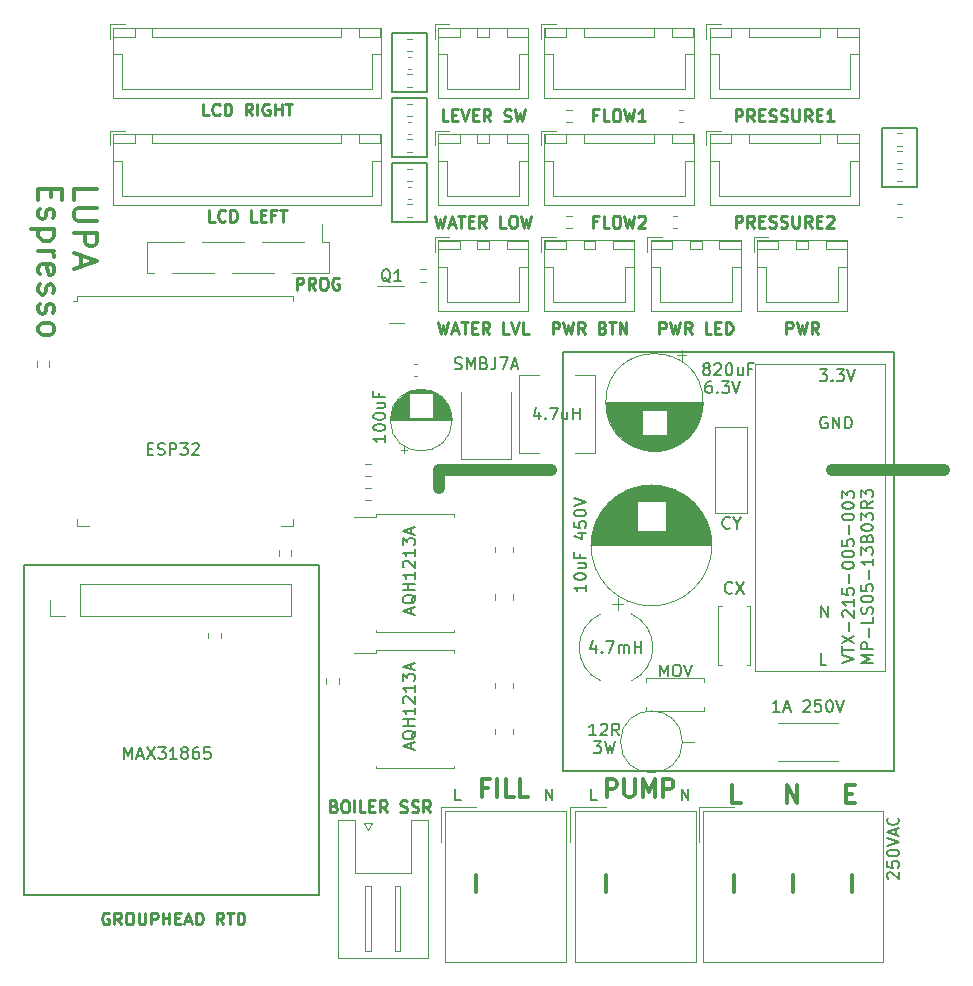
<source format=gbr>
%TF.GenerationSoftware,KiCad,Pcbnew,(6.0.9)*%
%TF.CreationDate,2023-06-24T22:02:27+12:00*%
%TF.ProjectId,lupa,6c757061-2e6b-4696-9361-645f70636258,rev?*%
%TF.SameCoordinates,Original*%
%TF.FileFunction,Legend,Top*%
%TF.FilePolarity,Positive*%
%FSLAX46Y46*%
G04 Gerber Fmt 4.6, Leading zero omitted, Abs format (unit mm)*
G04 Created by KiCad (PCBNEW (6.0.9)) date 2023-06-24 22:02:27*
%MOMM*%
%LPD*%
G01*
G04 APERTURE LIST*
%ADD10C,0.150000*%
%ADD11C,0.250000*%
%ADD12C,1.000000*%
%ADD13C,0.300000*%
%ADD14C,0.120000*%
G04 APERTURE END LIST*
D10*
X133380952Y-99452380D02*
X133380952Y-98452380D01*
X133714285Y-99166666D01*
X134047619Y-98452380D01*
X134047619Y-99452380D01*
X134476190Y-99166666D02*
X134952380Y-99166666D01*
X134380952Y-99452380D02*
X134714285Y-98452380D01*
X135047619Y-99452380D01*
X135285714Y-98452380D02*
X135952380Y-99452380D01*
X135952380Y-98452380D02*
X135285714Y-99452380D01*
X136238095Y-98452380D02*
X136857142Y-98452380D01*
X136523809Y-98833333D01*
X136666666Y-98833333D01*
X136761904Y-98880952D01*
X136809523Y-98928571D01*
X136857142Y-99023809D01*
X136857142Y-99261904D01*
X136809523Y-99357142D01*
X136761904Y-99404761D01*
X136666666Y-99452380D01*
X136380952Y-99452380D01*
X136285714Y-99404761D01*
X136238095Y-99357142D01*
X137809523Y-99452380D02*
X137238095Y-99452380D01*
X137523809Y-99452380D02*
X137523809Y-98452380D01*
X137428571Y-98595238D01*
X137333333Y-98690476D01*
X137238095Y-98738095D01*
X138380952Y-98880952D02*
X138285714Y-98833333D01*
X138238095Y-98785714D01*
X138190476Y-98690476D01*
X138190476Y-98642857D01*
X138238095Y-98547619D01*
X138285714Y-98500000D01*
X138380952Y-98452380D01*
X138571428Y-98452380D01*
X138666666Y-98500000D01*
X138714285Y-98547619D01*
X138761904Y-98642857D01*
X138761904Y-98690476D01*
X138714285Y-98785714D01*
X138666666Y-98833333D01*
X138571428Y-98880952D01*
X138380952Y-98880952D01*
X138285714Y-98928571D01*
X138238095Y-98976190D01*
X138190476Y-99071428D01*
X138190476Y-99261904D01*
X138238095Y-99357142D01*
X138285714Y-99404761D01*
X138380952Y-99452380D01*
X138571428Y-99452380D01*
X138666666Y-99404761D01*
X138714285Y-99357142D01*
X138761904Y-99261904D01*
X138761904Y-99071428D01*
X138714285Y-98976190D01*
X138666666Y-98928571D01*
X138571428Y-98880952D01*
X139619047Y-98452380D02*
X139428571Y-98452380D01*
X139333333Y-98500000D01*
X139285714Y-98547619D01*
X139190476Y-98690476D01*
X139142857Y-98880952D01*
X139142857Y-99261904D01*
X139190476Y-99357142D01*
X139238095Y-99404761D01*
X139333333Y-99452380D01*
X139523809Y-99452380D01*
X139619047Y-99404761D01*
X139666666Y-99357142D01*
X139714285Y-99261904D01*
X139714285Y-99023809D01*
X139666666Y-98928571D01*
X139619047Y-98880952D01*
X139523809Y-98833333D01*
X139333333Y-98833333D01*
X139238095Y-98880952D01*
X139190476Y-98928571D01*
X139142857Y-99023809D01*
X140619047Y-98452380D02*
X140142857Y-98452380D01*
X140095238Y-98928571D01*
X140142857Y-98880952D01*
X140238095Y-98833333D01*
X140476190Y-98833333D01*
X140571428Y-98880952D01*
X140619047Y-98928571D01*
X140666666Y-99023809D01*
X140666666Y-99261904D01*
X140619047Y-99357142D01*
X140571428Y-99404761D01*
X140476190Y-99452380D01*
X140238095Y-99452380D01*
X140142857Y-99404761D01*
X140095238Y-99357142D01*
X135357142Y-73178571D02*
X135690476Y-73178571D01*
X135833333Y-73702380D02*
X135357142Y-73702380D01*
X135357142Y-72702380D01*
X135833333Y-72702380D01*
X136214285Y-73654761D02*
X136357142Y-73702380D01*
X136595238Y-73702380D01*
X136690476Y-73654761D01*
X136738095Y-73607142D01*
X136785714Y-73511904D01*
X136785714Y-73416666D01*
X136738095Y-73321428D01*
X136690476Y-73273809D01*
X136595238Y-73226190D01*
X136404761Y-73178571D01*
X136309523Y-73130952D01*
X136261904Y-73083333D01*
X136214285Y-72988095D01*
X136214285Y-72892857D01*
X136261904Y-72797619D01*
X136309523Y-72750000D01*
X136404761Y-72702380D01*
X136642857Y-72702380D01*
X136785714Y-72750000D01*
X137214285Y-73702380D02*
X137214285Y-72702380D01*
X137595238Y-72702380D01*
X137690476Y-72750000D01*
X137738095Y-72797619D01*
X137785714Y-72892857D01*
X137785714Y-73035714D01*
X137738095Y-73130952D01*
X137690476Y-73178571D01*
X137595238Y-73226190D01*
X137214285Y-73226190D01*
X138119047Y-72702380D02*
X138738095Y-72702380D01*
X138404761Y-73083333D01*
X138547619Y-73083333D01*
X138642857Y-73130952D01*
X138690476Y-73178571D01*
X138738095Y-73273809D01*
X138738095Y-73511904D01*
X138690476Y-73607142D01*
X138642857Y-73654761D01*
X138547619Y-73702380D01*
X138261904Y-73702380D01*
X138166666Y-73654761D01*
X138119047Y-73607142D01*
X139119047Y-72797619D02*
X139166666Y-72750000D01*
X139261904Y-72702380D01*
X139500000Y-72702380D01*
X139595238Y-72750000D01*
X139642857Y-72797619D01*
X139690476Y-72892857D01*
X139690476Y-72988095D01*
X139642857Y-73130952D01*
X139071428Y-73702380D01*
X139690476Y-73702380D01*
D11*
X147964285Y-59702380D02*
X147964285Y-58702380D01*
X148345238Y-58702380D01*
X148440476Y-58750000D01*
X148488095Y-58797619D01*
X148535714Y-58892857D01*
X148535714Y-59035714D01*
X148488095Y-59130952D01*
X148440476Y-59178571D01*
X148345238Y-59226190D01*
X147964285Y-59226190D01*
X149535714Y-59702380D02*
X149202380Y-59226190D01*
X148964285Y-59702380D02*
X148964285Y-58702380D01*
X149345238Y-58702380D01*
X149440476Y-58750000D01*
X149488095Y-58797619D01*
X149535714Y-58892857D01*
X149535714Y-59035714D01*
X149488095Y-59130952D01*
X149440476Y-59178571D01*
X149345238Y-59226190D01*
X148964285Y-59226190D01*
X150154761Y-58702380D02*
X150345238Y-58702380D01*
X150440476Y-58750000D01*
X150535714Y-58845238D01*
X150583333Y-59035714D01*
X150583333Y-59369047D01*
X150535714Y-59559523D01*
X150440476Y-59654761D01*
X150345238Y-59702380D01*
X150154761Y-59702380D01*
X150059523Y-59654761D01*
X149964285Y-59559523D01*
X149916666Y-59369047D01*
X149916666Y-59035714D01*
X149964285Y-58845238D01*
X150059523Y-58750000D01*
X150154761Y-58702380D01*
X151535714Y-58750000D02*
X151440476Y-58702380D01*
X151297619Y-58702380D01*
X151154761Y-58750000D01*
X151059523Y-58845238D01*
X151011904Y-58940476D01*
X150964285Y-59130952D01*
X150964285Y-59273809D01*
X151011904Y-59464285D01*
X151059523Y-59559523D01*
X151154761Y-59654761D01*
X151297619Y-59702380D01*
X151392857Y-59702380D01*
X151535714Y-59654761D01*
X151583333Y-59607142D01*
X151583333Y-59273809D01*
X151392857Y-59273809D01*
D10*
X197500000Y-46000000D02*
X200500000Y-46000000D01*
X200500000Y-46000000D02*
X200500000Y-51000000D01*
X200500000Y-51000000D02*
X197500000Y-51000000D01*
X197500000Y-51000000D02*
X197500000Y-46000000D01*
X156000000Y-38000000D02*
X159000000Y-38000000D01*
X159000000Y-38000000D02*
X159000000Y-43000000D01*
X159000000Y-43000000D02*
X156000000Y-43000000D01*
X156000000Y-43000000D02*
X156000000Y-38000000D01*
X156000000Y-43500000D02*
X159000000Y-43500000D01*
X159000000Y-43500000D02*
X159000000Y-48500000D01*
X159000000Y-48500000D02*
X156000000Y-48500000D01*
X156000000Y-48500000D02*
X156000000Y-43500000D01*
X156000000Y-49000000D02*
X159000000Y-49000000D01*
X159000000Y-49000000D02*
X159000000Y-54000000D01*
X159000000Y-54000000D02*
X156000000Y-54000000D01*
X156000000Y-54000000D02*
X156000000Y-49000000D01*
D12*
X160000000Y-75000000D02*
X160000000Y-76500000D01*
D10*
X170500000Y-65000000D02*
X198500000Y-65000000D01*
X198500000Y-65000000D02*
X198500000Y-100500000D01*
X198500000Y-100500000D02*
X170500000Y-100500000D01*
X170500000Y-100500000D02*
X170500000Y-65000000D01*
D12*
X169500000Y-75000000D02*
X160000000Y-75000000D01*
X202750000Y-75000000D02*
X193250000Y-75000000D01*
D10*
X124880000Y-83000000D02*
X149880000Y-83000000D01*
X149880000Y-83000000D02*
X149880000Y-111000000D01*
X149880000Y-111000000D02*
X124880000Y-111000000D01*
X124880000Y-111000000D02*
X124880000Y-83000000D01*
D11*
X151119047Y-103428571D02*
X151261904Y-103476190D01*
X151309523Y-103523809D01*
X151357142Y-103619047D01*
X151357142Y-103761904D01*
X151309523Y-103857142D01*
X151261904Y-103904761D01*
X151166666Y-103952380D01*
X150785714Y-103952380D01*
X150785714Y-102952380D01*
X151119047Y-102952380D01*
X151214285Y-103000000D01*
X151261904Y-103047619D01*
X151309523Y-103142857D01*
X151309523Y-103238095D01*
X151261904Y-103333333D01*
X151214285Y-103380952D01*
X151119047Y-103428571D01*
X150785714Y-103428571D01*
X151976190Y-102952380D02*
X152166666Y-102952380D01*
X152261904Y-103000000D01*
X152357142Y-103095238D01*
X152404761Y-103285714D01*
X152404761Y-103619047D01*
X152357142Y-103809523D01*
X152261904Y-103904761D01*
X152166666Y-103952380D01*
X151976190Y-103952380D01*
X151880952Y-103904761D01*
X151785714Y-103809523D01*
X151738095Y-103619047D01*
X151738095Y-103285714D01*
X151785714Y-103095238D01*
X151880952Y-103000000D01*
X151976190Y-102952380D01*
X152833333Y-103952380D02*
X152833333Y-102952380D01*
X153785714Y-103952380D02*
X153309523Y-103952380D01*
X153309523Y-102952380D01*
X154119047Y-103428571D02*
X154452380Y-103428571D01*
X154595238Y-103952380D02*
X154119047Y-103952380D01*
X154119047Y-102952380D01*
X154595238Y-102952380D01*
X155595238Y-103952380D02*
X155261904Y-103476190D01*
X155023809Y-103952380D02*
X155023809Y-102952380D01*
X155404761Y-102952380D01*
X155500000Y-103000000D01*
X155547619Y-103047619D01*
X155595238Y-103142857D01*
X155595238Y-103285714D01*
X155547619Y-103380952D01*
X155500000Y-103428571D01*
X155404761Y-103476190D01*
X155023809Y-103476190D01*
X156738095Y-103904761D02*
X156880952Y-103952380D01*
X157119047Y-103952380D01*
X157214285Y-103904761D01*
X157261904Y-103857142D01*
X157309523Y-103761904D01*
X157309523Y-103666666D01*
X157261904Y-103571428D01*
X157214285Y-103523809D01*
X157119047Y-103476190D01*
X156928571Y-103428571D01*
X156833333Y-103380952D01*
X156785714Y-103333333D01*
X156738095Y-103238095D01*
X156738095Y-103142857D01*
X156785714Y-103047619D01*
X156833333Y-103000000D01*
X156928571Y-102952380D01*
X157166666Y-102952380D01*
X157309523Y-103000000D01*
X157690476Y-103904761D02*
X157833333Y-103952380D01*
X158071428Y-103952380D01*
X158166666Y-103904761D01*
X158214285Y-103857142D01*
X158261904Y-103761904D01*
X158261904Y-103666666D01*
X158214285Y-103571428D01*
X158166666Y-103523809D01*
X158071428Y-103476190D01*
X157880952Y-103428571D01*
X157785714Y-103380952D01*
X157738095Y-103333333D01*
X157690476Y-103238095D01*
X157690476Y-103142857D01*
X157738095Y-103047619D01*
X157785714Y-103000000D01*
X157880952Y-102952380D01*
X158119047Y-102952380D01*
X158261904Y-103000000D01*
X159261904Y-103952380D02*
X158928571Y-103476190D01*
X158690476Y-103952380D02*
X158690476Y-102952380D01*
X159071428Y-102952380D01*
X159166666Y-103000000D01*
X159214285Y-103047619D01*
X159261904Y-103142857D01*
X159261904Y-103285714D01*
X159214285Y-103380952D01*
X159166666Y-103428571D01*
X159071428Y-103476190D01*
X158690476Y-103476190D01*
X189416666Y-63452380D02*
X189416666Y-62452380D01*
X189797619Y-62452380D01*
X189892857Y-62500000D01*
X189940476Y-62547619D01*
X189988095Y-62642857D01*
X189988095Y-62785714D01*
X189940476Y-62880952D01*
X189892857Y-62928571D01*
X189797619Y-62976190D01*
X189416666Y-62976190D01*
X190321428Y-62452380D02*
X190559523Y-63452380D01*
X190750000Y-62738095D01*
X190940476Y-63452380D01*
X191178571Y-62452380D01*
X192130952Y-63452380D02*
X191797619Y-62976190D01*
X191559523Y-63452380D02*
X191559523Y-62452380D01*
X191940476Y-62452380D01*
X192035714Y-62500000D01*
X192083333Y-62547619D01*
X192130952Y-62642857D01*
X192130952Y-62785714D01*
X192083333Y-62880952D01*
X192035714Y-62928571D01*
X191940476Y-62976190D01*
X191559523Y-62976190D01*
X178678571Y-63452380D02*
X178678571Y-62452380D01*
X179059523Y-62452380D01*
X179154761Y-62500000D01*
X179202380Y-62547619D01*
X179250000Y-62642857D01*
X179250000Y-62785714D01*
X179202380Y-62880952D01*
X179154761Y-62928571D01*
X179059523Y-62976190D01*
X178678571Y-62976190D01*
X179583333Y-62452380D02*
X179821428Y-63452380D01*
X180011904Y-62738095D01*
X180202380Y-63452380D01*
X180440476Y-62452380D01*
X181392857Y-63452380D02*
X181059523Y-62976190D01*
X180821428Y-63452380D02*
X180821428Y-62452380D01*
X181202380Y-62452380D01*
X181297619Y-62500000D01*
X181345238Y-62547619D01*
X181392857Y-62642857D01*
X181392857Y-62785714D01*
X181345238Y-62880952D01*
X181297619Y-62928571D01*
X181202380Y-62976190D01*
X180821428Y-62976190D01*
X183059523Y-63452380D02*
X182583333Y-63452380D01*
X182583333Y-62452380D01*
X183392857Y-62928571D02*
X183726190Y-62928571D01*
X183869047Y-63452380D02*
X183392857Y-63452380D01*
X183392857Y-62452380D01*
X183869047Y-62452380D01*
X184297619Y-63452380D02*
X184297619Y-62452380D01*
X184535714Y-62452380D01*
X184678571Y-62500000D01*
X184773809Y-62595238D01*
X184821428Y-62690476D01*
X184869047Y-62880952D01*
X184869047Y-63023809D01*
X184821428Y-63214285D01*
X184773809Y-63309523D01*
X184678571Y-63404761D01*
X184535714Y-63452380D01*
X184297619Y-63452380D01*
X141011904Y-53952380D02*
X140535714Y-53952380D01*
X140535714Y-52952380D01*
X141916666Y-53857142D02*
X141869047Y-53904761D01*
X141726190Y-53952380D01*
X141630952Y-53952380D01*
X141488095Y-53904761D01*
X141392857Y-53809523D01*
X141345238Y-53714285D01*
X141297619Y-53523809D01*
X141297619Y-53380952D01*
X141345238Y-53190476D01*
X141392857Y-53095238D01*
X141488095Y-53000000D01*
X141630952Y-52952380D01*
X141726190Y-52952380D01*
X141869047Y-53000000D01*
X141916666Y-53047619D01*
X142345238Y-53952380D02*
X142345238Y-52952380D01*
X142583333Y-52952380D01*
X142726190Y-53000000D01*
X142821428Y-53095238D01*
X142869047Y-53190476D01*
X142916666Y-53380952D01*
X142916666Y-53523809D01*
X142869047Y-53714285D01*
X142821428Y-53809523D01*
X142726190Y-53904761D01*
X142583333Y-53952380D01*
X142345238Y-53952380D01*
X144583333Y-53952380D02*
X144107142Y-53952380D01*
X144107142Y-52952380D01*
X144916666Y-53428571D02*
X145250000Y-53428571D01*
X145392857Y-53952380D02*
X144916666Y-53952380D01*
X144916666Y-52952380D01*
X145392857Y-52952380D01*
X146154761Y-53428571D02*
X145821428Y-53428571D01*
X145821428Y-53952380D02*
X145821428Y-52952380D01*
X146297619Y-52952380D01*
X146535714Y-52952380D02*
X147107142Y-52952380D01*
X146821428Y-53952380D02*
X146821428Y-52952380D01*
X140535714Y-44952380D02*
X140059523Y-44952380D01*
X140059523Y-43952380D01*
X141440476Y-44857142D02*
X141392857Y-44904761D01*
X141250000Y-44952380D01*
X141154761Y-44952380D01*
X141011904Y-44904761D01*
X140916666Y-44809523D01*
X140869047Y-44714285D01*
X140821428Y-44523809D01*
X140821428Y-44380952D01*
X140869047Y-44190476D01*
X140916666Y-44095238D01*
X141011904Y-44000000D01*
X141154761Y-43952380D01*
X141250000Y-43952380D01*
X141392857Y-44000000D01*
X141440476Y-44047619D01*
X141869047Y-44952380D02*
X141869047Y-43952380D01*
X142107142Y-43952380D01*
X142250000Y-44000000D01*
X142345238Y-44095238D01*
X142392857Y-44190476D01*
X142440476Y-44380952D01*
X142440476Y-44523809D01*
X142392857Y-44714285D01*
X142345238Y-44809523D01*
X142250000Y-44904761D01*
X142107142Y-44952380D01*
X141869047Y-44952380D01*
X144202380Y-44952380D02*
X143869047Y-44476190D01*
X143630952Y-44952380D02*
X143630952Y-43952380D01*
X144011904Y-43952380D01*
X144107142Y-44000000D01*
X144154761Y-44047619D01*
X144202380Y-44142857D01*
X144202380Y-44285714D01*
X144154761Y-44380952D01*
X144107142Y-44428571D01*
X144011904Y-44476190D01*
X143630952Y-44476190D01*
X144630952Y-44952380D02*
X144630952Y-43952380D01*
X145630952Y-44000000D02*
X145535714Y-43952380D01*
X145392857Y-43952380D01*
X145250000Y-44000000D01*
X145154761Y-44095238D01*
X145107142Y-44190476D01*
X145059523Y-44380952D01*
X145059523Y-44523809D01*
X145107142Y-44714285D01*
X145154761Y-44809523D01*
X145250000Y-44904761D01*
X145392857Y-44952380D01*
X145488095Y-44952380D01*
X145630952Y-44904761D01*
X145678571Y-44857142D01*
X145678571Y-44523809D01*
X145488095Y-44523809D01*
X146107142Y-44952380D02*
X146107142Y-43952380D01*
X146107142Y-44428571D02*
X146678571Y-44428571D01*
X146678571Y-44952380D02*
X146678571Y-43952380D01*
X147011904Y-43952380D02*
X147583333Y-43952380D01*
X147297619Y-44952380D02*
X147297619Y-43952380D01*
X173416666Y-53928571D02*
X173083333Y-53928571D01*
X173083333Y-54452380D02*
X173083333Y-53452380D01*
X173559523Y-53452380D01*
X174416666Y-54452380D02*
X173940476Y-54452380D01*
X173940476Y-53452380D01*
X174940476Y-53452380D02*
X175130952Y-53452380D01*
X175226190Y-53500000D01*
X175321428Y-53595238D01*
X175369047Y-53785714D01*
X175369047Y-54119047D01*
X175321428Y-54309523D01*
X175226190Y-54404761D01*
X175130952Y-54452380D01*
X174940476Y-54452380D01*
X174845238Y-54404761D01*
X174750000Y-54309523D01*
X174702380Y-54119047D01*
X174702380Y-53785714D01*
X174750000Y-53595238D01*
X174845238Y-53500000D01*
X174940476Y-53452380D01*
X175702380Y-53452380D02*
X175940476Y-54452380D01*
X176130952Y-53738095D01*
X176321428Y-54452380D01*
X176559523Y-53452380D01*
X176892857Y-53547619D02*
X176940476Y-53500000D01*
X177035714Y-53452380D01*
X177273809Y-53452380D01*
X177369047Y-53500000D01*
X177416666Y-53547619D01*
X177464285Y-53642857D01*
X177464285Y-53738095D01*
X177416666Y-53880952D01*
X176845238Y-54452380D01*
X177464285Y-54452380D01*
D10*
X192859404Y-70500000D02*
X192764166Y-70452380D01*
X192621309Y-70452380D01*
X192478452Y-70500000D01*
X192383214Y-70595238D01*
X192335595Y-70690476D01*
X192287976Y-70880952D01*
X192287976Y-71023809D01*
X192335595Y-71214285D01*
X192383214Y-71309523D01*
X192478452Y-71404761D01*
X192621309Y-71452380D01*
X192716547Y-71452380D01*
X192859404Y-71404761D01*
X192907023Y-71357142D01*
X192907023Y-71023809D01*
X192716547Y-71023809D01*
X193335595Y-71452380D02*
X193335595Y-70452380D01*
X193907023Y-71452380D01*
X193907023Y-70452380D01*
X194383214Y-71452380D02*
X194383214Y-70452380D01*
X194621309Y-70452380D01*
X194764166Y-70500000D01*
X194859404Y-70595238D01*
X194907023Y-70690476D01*
X194954642Y-70880952D01*
X194954642Y-71023809D01*
X194907023Y-71214285D01*
X194859404Y-71309523D01*
X194764166Y-71404761D01*
X194621309Y-71452380D01*
X194383214Y-71452380D01*
X161857142Y-102952380D02*
X161380952Y-102952380D01*
X161380952Y-101952380D01*
X169047619Y-102952380D02*
X169047619Y-101952380D01*
X169619047Y-102952380D01*
X169619047Y-101952380D01*
D11*
X159940476Y-62452380D02*
X160178571Y-63452380D01*
X160369047Y-62738095D01*
X160559523Y-63452380D01*
X160797619Y-62452380D01*
X161130952Y-63166666D02*
X161607142Y-63166666D01*
X161035714Y-63452380D02*
X161369047Y-62452380D01*
X161702380Y-63452380D01*
X161892857Y-62452380D02*
X162464285Y-62452380D01*
X162178571Y-63452380D02*
X162178571Y-62452380D01*
X162797619Y-62928571D02*
X163130952Y-62928571D01*
X163273809Y-63452380D02*
X162797619Y-63452380D01*
X162797619Y-62452380D01*
X163273809Y-62452380D01*
X164273809Y-63452380D02*
X163940476Y-62976190D01*
X163702380Y-63452380D02*
X163702380Y-62452380D01*
X164083333Y-62452380D01*
X164178571Y-62500000D01*
X164226190Y-62547619D01*
X164273809Y-62642857D01*
X164273809Y-62785714D01*
X164226190Y-62880952D01*
X164178571Y-62928571D01*
X164083333Y-62976190D01*
X163702380Y-62976190D01*
X165940476Y-63452380D02*
X165464285Y-63452380D01*
X165464285Y-62452380D01*
X166130952Y-62452380D02*
X166464285Y-63452380D01*
X166797619Y-62452380D01*
X167607142Y-63452380D02*
X167130952Y-63452380D01*
X167130952Y-62452380D01*
D10*
X198047619Y-109595238D02*
X198000000Y-109547619D01*
X197952380Y-109452380D01*
X197952380Y-109214285D01*
X198000000Y-109119047D01*
X198047619Y-109071428D01*
X198142857Y-109023809D01*
X198238095Y-109023809D01*
X198380952Y-109071428D01*
X198952380Y-109642857D01*
X198952380Y-109023809D01*
X197952380Y-108119047D02*
X197952380Y-108595238D01*
X198428571Y-108642857D01*
X198380952Y-108595238D01*
X198333333Y-108500000D01*
X198333333Y-108261904D01*
X198380952Y-108166666D01*
X198428571Y-108119047D01*
X198523809Y-108071428D01*
X198761904Y-108071428D01*
X198857142Y-108119047D01*
X198904761Y-108166666D01*
X198952380Y-108261904D01*
X198952380Y-108500000D01*
X198904761Y-108595238D01*
X198857142Y-108642857D01*
X197952380Y-107452380D02*
X197952380Y-107357142D01*
X198000000Y-107261904D01*
X198047619Y-107214285D01*
X198142857Y-107166666D01*
X198333333Y-107119047D01*
X198571428Y-107119047D01*
X198761904Y-107166666D01*
X198857142Y-107214285D01*
X198904761Y-107261904D01*
X198952380Y-107357142D01*
X198952380Y-107452380D01*
X198904761Y-107547619D01*
X198857142Y-107595238D01*
X198761904Y-107642857D01*
X198571428Y-107690476D01*
X198333333Y-107690476D01*
X198142857Y-107642857D01*
X198047619Y-107595238D01*
X198000000Y-107547619D01*
X197952380Y-107452380D01*
X197952380Y-106833333D02*
X198952380Y-106500000D01*
X197952380Y-106166666D01*
X198666666Y-105880952D02*
X198666666Y-105404761D01*
X198952380Y-105976190D02*
X197952380Y-105642857D01*
X198952380Y-105309523D01*
X198857142Y-104404761D02*
X198904761Y-104452380D01*
X198952380Y-104595238D01*
X198952380Y-104690476D01*
X198904761Y-104833333D01*
X198809523Y-104928571D01*
X198714285Y-104976190D01*
X198523809Y-105023809D01*
X198380952Y-105023809D01*
X198190476Y-104976190D01*
X198095238Y-104928571D01*
X198000000Y-104833333D01*
X197952380Y-104690476D01*
X197952380Y-104595238D01*
X198000000Y-104452380D01*
X198047619Y-104404761D01*
D13*
X174214285Y-102678571D02*
X174214285Y-101178571D01*
X174785714Y-101178571D01*
X174928571Y-101250000D01*
X175000000Y-101321428D01*
X175071428Y-101464285D01*
X175071428Y-101678571D01*
X175000000Y-101821428D01*
X174928571Y-101892857D01*
X174785714Y-101964285D01*
X174214285Y-101964285D01*
X175714285Y-101178571D02*
X175714285Y-102392857D01*
X175785714Y-102535714D01*
X175857142Y-102607142D01*
X176000000Y-102678571D01*
X176285714Y-102678571D01*
X176428571Y-102607142D01*
X176500000Y-102535714D01*
X176571428Y-102392857D01*
X176571428Y-101178571D01*
X177285714Y-102678571D02*
X177285714Y-101178571D01*
X177785714Y-102250000D01*
X178285714Y-101178571D01*
X178285714Y-102678571D01*
X179000000Y-102678571D02*
X179000000Y-101178571D01*
X179571428Y-101178571D01*
X179714285Y-101250000D01*
X179785714Y-101321428D01*
X179857142Y-101464285D01*
X179857142Y-101678571D01*
X179785714Y-101821428D01*
X179714285Y-101892857D01*
X179571428Y-101964285D01*
X179000000Y-101964285D01*
D11*
X159678571Y-53452380D02*
X159916666Y-54452380D01*
X160107142Y-53738095D01*
X160297619Y-54452380D01*
X160535714Y-53452380D01*
X160869047Y-54166666D02*
X161345238Y-54166666D01*
X160773809Y-54452380D02*
X161107142Y-53452380D01*
X161440476Y-54452380D01*
X161630952Y-53452380D02*
X162202380Y-53452380D01*
X161916666Y-54452380D02*
X161916666Y-53452380D01*
X162535714Y-53928571D02*
X162869047Y-53928571D01*
X163011904Y-54452380D02*
X162535714Y-54452380D01*
X162535714Y-53452380D01*
X163011904Y-53452380D01*
X164011904Y-54452380D02*
X163678571Y-53976190D01*
X163440476Y-54452380D02*
X163440476Y-53452380D01*
X163821428Y-53452380D01*
X163916666Y-53500000D01*
X163964285Y-53547619D01*
X164011904Y-53642857D01*
X164011904Y-53785714D01*
X163964285Y-53880952D01*
X163916666Y-53928571D01*
X163821428Y-53976190D01*
X163440476Y-53976190D01*
X165678571Y-54452380D02*
X165202380Y-54452380D01*
X165202380Y-53452380D01*
X166202380Y-53452380D02*
X166392857Y-53452380D01*
X166488095Y-53500000D01*
X166583333Y-53595238D01*
X166630952Y-53785714D01*
X166630952Y-54119047D01*
X166583333Y-54309523D01*
X166488095Y-54404761D01*
X166392857Y-54452380D01*
X166202380Y-54452380D01*
X166107142Y-54404761D01*
X166011904Y-54309523D01*
X165964285Y-54119047D01*
X165964285Y-53785714D01*
X166011904Y-53595238D01*
X166107142Y-53500000D01*
X166202380Y-53452380D01*
X166964285Y-53452380D02*
X167202380Y-54452380D01*
X167392857Y-53738095D01*
X167583333Y-54452380D01*
X167821428Y-53452380D01*
X160797619Y-45452380D02*
X160321428Y-45452380D01*
X160321428Y-44452380D01*
X161130952Y-44928571D02*
X161464285Y-44928571D01*
X161607142Y-45452380D02*
X161130952Y-45452380D01*
X161130952Y-44452380D01*
X161607142Y-44452380D01*
X161892857Y-44452380D02*
X162226190Y-45452380D01*
X162559523Y-44452380D01*
X162892857Y-44928571D02*
X163226190Y-44928571D01*
X163369047Y-45452380D02*
X162892857Y-45452380D01*
X162892857Y-44452380D01*
X163369047Y-44452380D01*
X164369047Y-45452380D02*
X164035714Y-44976190D01*
X163797619Y-45452380D02*
X163797619Y-44452380D01*
X164178571Y-44452380D01*
X164273809Y-44500000D01*
X164321428Y-44547619D01*
X164369047Y-44642857D01*
X164369047Y-44785714D01*
X164321428Y-44880952D01*
X164273809Y-44928571D01*
X164178571Y-44976190D01*
X163797619Y-44976190D01*
X165511904Y-45404761D02*
X165654761Y-45452380D01*
X165892857Y-45452380D01*
X165988095Y-45404761D01*
X166035714Y-45357142D01*
X166083333Y-45261904D01*
X166083333Y-45166666D01*
X166035714Y-45071428D01*
X165988095Y-45023809D01*
X165892857Y-44976190D01*
X165702380Y-44928571D01*
X165607142Y-44880952D01*
X165559523Y-44833333D01*
X165511904Y-44738095D01*
X165511904Y-44642857D01*
X165559523Y-44547619D01*
X165607142Y-44500000D01*
X165702380Y-44452380D01*
X165940476Y-44452380D01*
X166083333Y-44500000D01*
X166416666Y-44452380D02*
X166654761Y-45452380D01*
X166845238Y-44738095D01*
X167035714Y-45452380D01*
X167273809Y-44452380D01*
X132047619Y-112500000D02*
X131952380Y-112452380D01*
X131809523Y-112452380D01*
X131666666Y-112500000D01*
X131571428Y-112595238D01*
X131523809Y-112690476D01*
X131476190Y-112880952D01*
X131476190Y-113023809D01*
X131523809Y-113214285D01*
X131571428Y-113309523D01*
X131666666Y-113404761D01*
X131809523Y-113452380D01*
X131904761Y-113452380D01*
X132047619Y-113404761D01*
X132095238Y-113357142D01*
X132095238Y-113023809D01*
X131904761Y-113023809D01*
X133095238Y-113452380D02*
X132761904Y-112976190D01*
X132523809Y-113452380D02*
X132523809Y-112452380D01*
X132904761Y-112452380D01*
X133000000Y-112500000D01*
X133047619Y-112547619D01*
X133095238Y-112642857D01*
X133095238Y-112785714D01*
X133047619Y-112880952D01*
X133000000Y-112928571D01*
X132904761Y-112976190D01*
X132523809Y-112976190D01*
X133714285Y-112452380D02*
X133904761Y-112452380D01*
X134000000Y-112500000D01*
X134095238Y-112595238D01*
X134142857Y-112785714D01*
X134142857Y-113119047D01*
X134095238Y-113309523D01*
X134000000Y-113404761D01*
X133904761Y-113452380D01*
X133714285Y-113452380D01*
X133619047Y-113404761D01*
X133523809Y-113309523D01*
X133476190Y-113119047D01*
X133476190Y-112785714D01*
X133523809Y-112595238D01*
X133619047Y-112500000D01*
X133714285Y-112452380D01*
X134571428Y-112452380D02*
X134571428Y-113261904D01*
X134619047Y-113357142D01*
X134666666Y-113404761D01*
X134761904Y-113452380D01*
X134952380Y-113452380D01*
X135047619Y-113404761D01*
X135095238Y-113357142D01*
X135142857Y-113261904D01*
X135142857Y-112452380D01*
X135619047Y-113452380D02*
X135619047Y-112452380D01*
X136000000Y-112452380D01*
X136095238Y-112500000D01*
X136142857Y-112547619D01*
X136190476Y-112642857D01*
X136190476Y-112785714D01*
X136142857Y-112880952D01*
X136095238Y-112928571D01*
X136000000Y-112976190D01*
X135619047Y-112976190D01*
X136619047Y-113452380D02*
X136619047Y-112452380D01*
X136619047Y-112928571D02*
X137190476Y-112928571D01*
X137190476Y-113452380D02*
X137190476Y-112452380D01*
X137666666Y-112928571D02*
X138000000Y-112928571D01*
X138142857Y-113452380D02*
X137666666Y-113452380D01*
X137666666Y-112452380D01*
X138142857Y-112452380D01*
X138523809Y-113166666D02*
X139000000Y-113166666D01*
X138428571Y-113452380D02*
X138761904Y-112452380D01*
X139095238Y-113452380D01*
X139428571Y-113452380D02*
X139428571Y-112452380D01*
X139666666Y-112452380D01*
X139809523Y-112500000D01*
X139904761Y-112595238D01*
X139952380Y-112690476D01*
X140000000Y-112880952D01*
X140000000Y-113023809D01*
X139952380Y-113214285D01*
X139904761Y-113309523D01*
X139809523Y-113404761D01*
X139666666Y-113452380D01*
X139428571Y-113452380D01*
X141761904Y-113452380D02*
X141428571Y-112976190D01*
X141190476Y-113452380D02*
X141190476Y-112452380D01*
X141571428Y-112452380D01*
X141666666Y-112500000D01*
X141714285Y-112547619D01*
X141761904Y-112642857D01*
X141761904Y-112785714D01*
X141714285Y-112880952D01*
X141666666Y-112928571D01*
X141571428Y-112976190D01*
X141190476Y-112976190D01*
X142047619Y-112452380D02*
X142619047Y-112452380D01*
X142333333Y-113452380D02*
X142333333Y-112452380D01*
X142952380Y-113452380D02*
X142952380Y-112452380D01*
X143190476Y-112452380D01*
X143333333Y-112500000D01*
X143428571Y-112595238D01*
X143476190Y-112690476D01*
X143523809Y-112880952D01*
X143523809Y-113023809D01*
X143476190Y-113214285D01*
X143428571Y-113309523D01*
X143333333Y-113404761D01*
X143190476Y-113452380D01*
X142952380Y-113452380D01*
X169630952Y-63452380D02*
X169630952Y-62452380D01*
X170011904Y-62452380D01*
X170107142Y-62500000D01*
X170154761Y-62547619D01*
X170202380Y-62642857D01*
X170202380Y-62785714D01*
X170154761Y-62880952D01*
X170107142Y-62928571D01*
X170011904Y-62976190D01*
X169630952Y-62976190D01*
X170535714Y-62452380D02*
X170773809Y-63452380D01*
X170964285Y-62738095D01*
X171154761Y-63452380D01*
X171392857Y-62452380D01*
X172345238Y-63452380D02*
X172011904Y-62976190D01*
X171773809Y-63452380D02*
X171773809Y-62452380D01*
X172154761Y-62452380D01*
X172250000Y-62500000D01*
X172297619Y-62547619D01*
X172345238Y-62642857D01*
X172345238Y-62785714D01*
X172297619Y-62880952D01*
X172250000Y-62928571D01*
X172154761Y-62976190D01*
X171773809Y-62976190D01*
X173869047Y-62928571D02*
X174011904Y-62976190D01*
X174059523Y-63023809D01*
X174107142Y-63119047D01*
X174107142Y-63261904D01*
X174059523Y-63357142D01*
X174011904Y-63404761D01*
X173916666Y-63452380D01*
X173535714Y-63452380D01*
X173535714Y-62452380D01*
X173869047Y-62452380D01*
X173964285Y-62500000D01*
X174011904Y-62547619D01*
X174059523Y-62642857D01*
X174059523Y-62738095D01*
X174011904Y-62833333D01*
X173964285Y-62880952D01*
X173869047Y-62928571D01*
X173535714Y-62928571D01*
X174392857Y-62452380D02*
X174964285Y-62452380D01*
X174678571Y-63452380D02*
X174678571Y-62452380D01*
X175297619Y-63452380D02*
X175297619Y-62452380D01*
X175869047Y-63452380D01*
X175869047Y-62452380D01*
D10*
X194147380Y-91333333D02*
X195147380Y-91000000D01*
X194147380Y-90666666D01*
X194147380Y-90476190D02*
X194147380Y-89904761D01*
X195147380Y-90190476D02*
X194147380Y-90190476D01*
X194147380Y-89666666D02*
X195147380Y-89000000D01*
X194147380Y-89000000D02*
X195147380Y-89666666D01*
X194766428Y-88619047D02*
X194766428Y-87857142D01*
X194242619Y-87428571D02*
X194195000Y-87380952D01*
X194147380Y-87285714D01*
X194147380Y-87047619D01*
X194195000Y-86952380D01*
X194242619Y-86904761D01*
X194337857Y-86857142D01*
X194433095Y-86857142D01*
X194575952Y-86904761D01*
X195147380Y-87476190D01*
X195147380Y-86857142D01*
X195147380Y-85904761D02*
X195147380Y-86476190D01*
X195147380Y-86190476D02*
X194147380Y-86190476D01*
X194290238Y-86285714D01*
X194385476Y-86380952D01*
X194433095Y-86476190D01*
X194147380Y-85000000D02*
X194147380Y-85476190D01*
X194623571Y-85523809D01*
X194575952Y-85476190D01*
X194528333Y-85380952D01*
X194528333Y-85142857D01*
X194575952Y-85047619D01*
X194623571Y-85000000D01*
X194718809Y-84952380D01*
X194956904Y-84952380D01*
X195052142Y-85000000D01*
X195099761Y-85047619D01*
X195147380Y-85142857D01*
X195147380Y-85380952D01*
X195099761Y-85476190D01*
X195052142Y-85523809D01*
X194766428Y-84523809D02*
X194766428Y-83761904D01*
X194147380Y-83095238D02*
X194147380Y-83000000D01*
X194195000Y-82904761D01*
X194242619Y-82857142D01*
X194337857Y-82809523D01*
X194528333Y-82761904D01*
X194766428Y-82761904D01*
X194956904Y-82809523D01*
X195052142Y-82857142D01*
X195099761Y-82904761D01*
X195147380Y-83000000D01*
X195147380Y-83095238D01*
X195099761Y-83190476D01*
X195052142Y-83238095D01*
X194956904Y-83285714D01*
X194766428Y-83333333D01*
X194528333Y-83333333D01*
X194337857Y-83285714D01*
X194242619Y-83238095D01*
X194195000Y-83190476D01*
X194147380Y-83095238D01*
X194147380Y-82142857D02*
X194147380Y-82047619D01*
X194195000Y-81952380D01*
X194242619Y-81904761D01*
X194337857Y-81857142D01*
X194528333Y-81809523D01*
X194766428Y-81809523D01*
X194956904Y-81857142D01*
X195052142Y-81904761D01*
X195099761Y-81952380D01*
X195147380Y-82047619D01*
X195147380Y-82142857D01*
X195099761Y-82238095D01*
X195052142Y-82285714D01*
X194956904Y-82333333D01*
X194766428Y-82380952D01*
X194528333Y-82380952D01*
X194337857Y-82333333D01*
X194242619Y-82285714D01*
X194195000Y-82238095D01*
X194147380Y-82142857D01*
X194147380Y-80904761D02*
X194147380Y-81380952D01*
X194623571Y-81428571D01*
X194575952Y-81380952D01*
X194528333Y-81285714D01*
X194528333Y-81047619D01*
X194575952Y-80952380D01*
X194623571Y-80904761D01*
X194718809Y-80857142D01*
X194956904Y-80857142D01*
X195052142Y-80904761D01*
X195099761Y-80952380D01*
X195147380Y-81047619D01*
X195147380Y-81285714D01*
X195099761Y-81380952D01*
X195052142Y-81428571D01*
X194766428Y-80428571D02*
X194766428Y-79666666D01*
X194147380Y-79000000D02*
X194147380Y-78904761D01*
X194195000Y-78809523D01*
X194242619Y-78761904D01*
X194337857Y-78714285D01*
X194528333Y-78666666D01*
X194766428Y-78666666D01*
X194956904Y-78714285D01*
X195052142Y-78761904D01*
X195099761Y-78809523D01*
X195147380Y-78904761D01*
X195147380Y-79000000D01*
X195099761Y-79095238D01*
X195052142Y-79142857D01*
X194956904Y-79190476D01*
X194766428Y-79238095D01*
X194528333Y-79238095D01*
X194337857Y-79190476D01*
X194242619Y-79142857D01*
X194195000Y-79095238D01*
X194147380Y-79000000D01*
X194147380Y-78047619D02*
X194147380Y-77952380D01*
X194195000Y-77857142D01*
X194242619Y-77809523D01*
X194337857Y-77761904D01*
X194528333Y-77714285D01*
X194766428Y-77714285D01*
X194956904Y-77761904D01*
X195052142Y-77809523D01*
X195099761Y-77857142D01*
X195147380Y-77952380D01*
X195147380Y-78047619D01*
X195099761Y-78142857D01*
X195052142Y-78190476D01*
X194956904Y-78238095D01*
X194766428Y-78285714D01*
X194528333Y-78285714D01*
X194337857Y-78238095D01*
X194242619Y-78190476D01*
X194195000Y-78142857D01*
X194147380Y-78047619D01*
X194147380Y-77380952D02*
X194147380Y-76761904D01*
X194528333Y-77095238D01*
X194528333Y-76952380D01*
X194575952Y-76857142D01*
X194623571Y-76809523D01*
X194718809Y-76761904D01*
X194956904Y-76761904D01*
X195052142Y-76809523D01*
X195099761Y-76857142D01*
X195147380Y-76952380D01*
X195147380Y-77238095D01*
X195099761Y-77333333D01*
X195052142Y-77380952D01*
X196757380Y-91285714D02*
X195757380Y-91285714D01*
X196471666Y-90952380D01*
X195757380Y-90619047D01*
X196757380Y-90619047D01*
X196757380Y-90142857D02*
X195757380Y-90142857D01*
X195757380Y-89761904D01*
X195805000Y-89666666D01*
X195852619Y-89619047D01*
X195947857Y-89571428D01*
X196090714Y-89571428D01*
X196185952Y-89619047D01*
X196233571Y-89666666D01*
X196281190Y-89761904D01*
X196281190Y-90142857D01*
X196376428Y-89142857D02*
X196376428Y-88380952D01*
X196757380Y-87428571D02*
X196757380Y-87904761D01*
X195757380Y-87904761D01*
X196709761Y-87142857D02*
X196757380Y-87000000D01*
X196757380Y-86761904D01*
X196709761Y-86666666D01*
X196662142Y-86619047D01*
X196566904Y-86571428D01*
X196471666Y-86571428D01*
X196376428Y-86619047D01*
X196328809Y-86666666D01*
X196281190Y-86761904D01*
X196233571Y-86952380D01*
X196185952Y-87047619D01*
X196138333Y-87095238D01*
X196043095Y-87142857D01*
X195947857Y-87142857D01*
X195852619Y-87095238D01*
X195805000Y-87047619D01*
X195757380Y-86952380D01*
X195757380Y-86714285D01*
X195805000Y-86571428D01*
X195757380Y-85952380D02*
X195757380Y-85857142D01*
X195805000Y-85761904D01*
X195852619Y-85714285D01*
X195947857Y-85666666D01*
X196138333Y-85619047D01*
X196376428Y-85619047D01*
X196566904Y-85666666D01*
X196662142Y-85714285D01*
X196709761Y-85761904D01*
X196757380Y-85857142D01*
X196757380Y-85952380D01*
X196709761Y-86047619D01*
X196662142Y-86095238D01*
X196566904Y-86142857D01*
X196376428Y-86190476D01*
X196138333Y-86190476D01*
X195947857Y-86142857D01*
X195852619Y-86095238D01*
X195805000Y-86047619D01*
X195757380Y-85952380D01*
X195757380Y-84714285D02*
X195757380Y-85190476D01*
X196233571Y-85238095D01*
X196185952Y-85190476D01*
X196138333Y-85095238D01*
X196138333Y-84857142D01*
X196185952Y-84761904D01*
X196233571Y-84714285D01*
X196328809Y-84666666D01*
X196566904Y-84666666D01*
X196662142Y-84714285D01*
X196709761Y-84761904D01*
X196757380Y-84857142D01*
X196757380Y-85095238D01*
X196709761Y-85190476D01*
X196662142Y-85238095D01*
X196376428Y-84238095D02*
X196376428Y-83476190D01*
X196757380Y-82476190D02*
X196757380Y-83047619D01*
X196757380Y-82761904D02*
X195757380Y-82761904D01*
X195900238Y-82857142D01*
X195995476Y-82952380D01*
X196043095Y-83047619D01*
X195757380Y-82142857D02*
X195757380Y-81523809D01*
X196138333Y-81857142D01*
X196138333Y-81714285D01*
X196185952Y-81619047D01*
X196233571Y-81571428D01*
X196328809Y-81523809D01*
X196566904Y-81523809D01*
X196662142Y-81571428D01*
X196709761Y-81619047D01*
X196757380Y-81714285D01*
X196757380Y-82000000D01*
X196709761Y-82095238D01*
X196662142Y-82142857D01*
X196233571Y-80761904D02*
X196281190Y-80619047D01*
X196328809Y-80571428D01*
X196424047Y-80523809D01*
X196566904Y-80523809D01*
X196662142Y-80571428D01*
X196709761Y-80619047D01*
X196757380Y-80714285D01*
X196757380Y-81095238D01*
X195757380Y-81095238D01*
X195757380Y-80761904D01*
X195805000Y-80666666D01*
X195852619Y-80619047D01*
X195947857Y-80571428D01*
X196043095Y-80571428D01*
X196138333Y-80619047D01*
X196185952Y-80666666D01*
X196233571Y-80761904D01*
X196233571Y-81095238D01*
X195757380Y-79904761D02*
X195757380Y-79809523D01*
X195805000Y-79714285D01*
X195852619Y-79666666D01*
X195947857Y-79619047D01*
X196138333Y-79571428D01*
X196376428Y-79571428D01*
X196566904Y-79619047D01*
X196662142Y-79666666D01*
X196709761Y-79714285D01*
X196757380Y-79809523D01*
X196757380Y-79904761D01*
X196709761Y-80000000D01*
X196662142Y-80047619D01*
X196566904Y-80095238D01*
X196376428Y-80142857D01*
X196138333Y-80142857D01*
X195947857Y-80095238D01*
X195852619Y-80047619D01*
X195805000Y-80000000D01*
X195757380Y-79904761D01*
X195757380Y-79238095D02*
X195757380Y-78619047D01*
X196138333Y-78952380D01*
X196138333Y-78809523D01*
X196185952Y-78714285D01*
X196233571Y-78666666D01*
X196328809Y-78619047D01*
X196566904Y-78619047D01*
X196662142Y-78666666D01*
X196709761Y-78714285D01*
X196757380Y-78809523D01*
X196757380Y-79095238D01*
X196709761Y-79190476D01*
X196662142Y-79238095D01*
X196757380Y-77619047D02*
X196281190Y-77952380D01*
X196757380Y-78190476D02*
X195757380Y-78190476D01*
X195757380Y-77809523D01*
X195805000Y-77714285D01*
X195852619Y-77666666D01*
X195947857Y-77619047D01*
X196090714Y-77619047D01*
X196185952Y-77666666D01*
X196233571Y-77714285D01*
X196281190Y-77809523D01*
X196281190Y-78190476D01*
X195757380Y-77285714D02*
X195757380Y-76666666D01*
X196138333Y-77000000D01*
X196138333Y-76857142D01*
X196185952Y-76761904D01*
X196233571Y-76714285D01*
X196328809Y-76666666D01*
X196566904Y-76666666D01*
X196662142Y-76714285D01*
X196709761Y-76761904D01*
X196757380Y-76857142D01*
X196757380Y-77142857D01*
X196709761Y-77238095D01*
X196662142Y-77285714D01*
D13*
X127142857Y-51171190D02*
X127142857Y-51837857D01*
X126095238Y-52123571D02*
X126095238Y-51171190D01*
X128095238Y-51171190D01*
X128095238Y-52123571D01*
X126190476Y-52885476D02*
X126095238Y-53075952D01*
X126095238Y-53456904D01*
X126190476Y-53647380D01*
X126380952Y-53742619D01*
X126476190Y-53742619D01*
X126666666Y-53647380D01*
X126761904Y-53456904D01*
X126761904Y-53171190D01*
X126857142Y-52980714D01*
X127047619Y-52885476D01*
X127142857Y-52885476D01*
X127333333Y-52980714D01*
X127428571Y-53171190D01*
X127428571Y-53456904D01*
X127333333Y-53647380D01*
X127428571Y-54599761D02*
X125428571Y-54599761D01*
X127333333Y-54599761D02*
X127428571Y-54790238D01*
X127428571Y-55171190D01*
X127333333Y-55361666D01*
X127238095Y-55456904D01*
X127047619Y-55552142D01*
X126476190Y-55552142D01*
X126285714Y-55456904D01*
X126190476Y-55361666D01*
X126095238Y-55171190D01*
X126095238Y-54790238D01*
X126190476Y-54599761D01*
X126095238Y-56409285D02*
X127428571Y-56409285D01*
X127047619Y-56409285D02*
X127238095Y-56504523D01*
X127333333Y-56599761D01*
X127428571Y-56790238D01*
X127428571Y-56980714D01*
X126190476Y-58409285D02*
X126095238Y-58218809D01*
X126095238Y-57837857D01*
X126190476Y-57647380D01*
X126380952Y-57552142D01*
X127142857Y-57552142D01*
X127333333Y-57647380D01*
X127428571Y-57837857D01*
X127428571Y-58218809D01*
X127333333Y-58409285D01*
X127142857Y-58504523D01*
X126952380Y-58504523D01*
X126761904Y-57552142D01*
X126190476Y-59266428D02*
X126095238Y-59456904D01*
X126095238Y-59837857D01*
X126190476Y-60028333D01*
X126380952Y-60123571D01*
X126476190Y-60123571D01*
X126666666Y-60028333D01*
X126761904Y-59837857D01*
X126761904Y-59552142D01*
X126857142Y-59361666D01*
X127047619Y-59266428D01*
X127142857Y-59266428D01*
X127333333Y-59361666D01*
X127428571Y-59552142D01*
X127428571Y-59837857D01*
X127333333Y-60028333D01*
X126190476Y-60885476D02*
X126095238Y-61075952D01*
X126095238Y-61456904D01*
X126190476Y-61647380D01*
X126380952Y-61742619D01*
X126476190Y-61742619D01*
X126666666Y-61647380D01*
X126761904Y-61456904D01*
X126761904Y-61171190D01*
X126857142Y-60980714D01*
X127047619Y-60885476D01*
X127142857Y-60885476D01*
X127333333Y-60980714D01*
X127428571Y-61171190D01*
X127428571Y-61456904D01*
X127333333Y-61647380D01*
X126095238Y-62885476D02*
X126190476Y-62695000D01*
X126285714Y-62599761D01*
X126476190Y-62504523D01*
X127047619Y-62504523D01*
X127238095Y-62599761D01*
X127333333Y-62695000D01*
X127428571Y-62885476D01*
X127428571Y-63171190D01*
X127333333Y-63361666D01*
X127238095Y-63456904D01*
X127047619Y-63552142D01*
X126476190Y-63552142D01*
X126285714Y-63456904D01*
X126190476Y-63361666D01*
X126095238Y-63171190D01*
X126095238Y-62885476D01*
D11*
X173416666Y-44928571D02*
X173083333Y-44928571D01*
X173083333Y-45452380D02*
X173083333Y-44452380D01*
X173559523Y-44452380D01*
X174416666Y-45452380D02*
X173940476Y-45452380D01*
X173940476Y-44452380D01*
X174940476Y-44452380D02*
X175130952Y-44452380D01*
X175226190Y-44500000D01*
X175321428Y-44595238D01*
X175369047Y-44785714D01*
X175369047Y-45119047D01*
X175321428Y-45309523D01*
X175226190Y-45404761D01*
X175130952Y-45452380D01*
X174940476Y-45452380D01*
X174845238Y-45404761D01*
X174750000Y-45309523D01*
X174702380Y-45119047D01*
X174702380Y-44785714D01*
X174750000Y-44595238D01*
X174845238Y-44500000D01*
X174940476Y-44452380D01*
X175702380Y-44452380D02*
X175940476Y-45452380D01*
X176130952Y-44738095D01*
X176321428Y-45452380D01*
X176559523Y-44452380D01*
X177464285Y-45452380D02*
X176892857Y-45452380D01*
X177178571Y-45452380D02*
X177178571Y-44452380D01*
X177083333Y-44595238D01*
X176988095Y-44690476D01*
X176892857Y-44738095D01*
X185130952Y-45452380D02*
X185130952Y-44452380D01*
X185511904Y-44452380D01*
X185607142Y-44500000D01*
X185654761Y-44547619D01*
X185702380Y-44642857D01*
X185702380Y-44785714D01*
X185654761Y-44880952D01*
X185607142Y-44928571D01*
X185511904Y-44976190D01*
X185130952Y-44976190D01*
X186702380Y-45452380D02*
X186369047Y-44976190D01*
X186130952Y-45452380D02*
X186130952Y-44452380D01*
X186511904Y-44452380D01*
X186607142Y-44500000D01*
X186654761Y-44547619D01*
X186702380Y-44642857D01*
X186702380Y-44785714D01*
X186654761Y-44880952D01*
X186607142Y-44928571D01*
X186511904Y-44976190D01*
X186130952Y-44976190D01*
X187130952Y-44928571D02*
X187464285Y-44928571D01*
X187607142Y-45452380D02*
X187130952Y-45452380D01*
X187130952Y-44452380D01*
X187607142Y-44452380D01*
X187988095Y-45404761D02*
X188130952Y-45452380D01*
X188369047Y-45452380D01*
X188464285Y-45404761D01*
X188511904Y-45357142D01*
X188559523Y-45261904D01*
X188559523Y-45166666D01*
X188511904Y-45071428D01*
X188464285Y-45023809D01*
X188369047Y-44976190D01*
X188178571Y-44928571D01*
X188083333Y-44880952D01*
X188035714Y-44833333D01*
X187988095Y-44738095D01*
X187988095Y-44642857D01*
X188035714Y-44547619D01*
X188083333Y-44500000D01*
X188178571Y-44452380D01*
X188416666Y-44452380D01*
X188559523Y-44500000D01*
X188940476Y-45404761D02*
X189083333Y-45452380D01*
X189321428Y-45452380D01*
X189416666Y-45404761D01*
X189464285Y-45357142D01*
X189511904Y-45261904D01*
X189511904Y-45166666D01*
X189464285Y-45071428D01*
X189416666Y-45023809D01*
X189321428Y-44976190D01*
X189130952Y-44928571D01*
X189035714Y-44880952D01*
X188988095Y-44833333D01*
X188940476Y-44738095D01*
X188940476Y-44642857D01*
X188988095Y-44547619D01*
X189035714Y-44500000D01*
X189130952Y-44452380D01*
X189369047Y-44452380D01*
X189511904Y-44500000D01*
X189940476Y-44452380D02*
X189940476Y-45261904D01*
X189988095Y-45357142D01*
X190035714Y-45404761D01*
X190130952Y-45452380D01*
X190321428Y-45452380D01*
X190416666Y-45404761D01*
X190464285Y-45357142D01*
X190511904Y-45261904D01*
X190511904Y-44452380D01*
X191559523Y-45452380D02*
X191226190Y-44976190D01*
X190988095Y-45452380D02*
X190988095Y-44452380D01*
X191369047Y-44452380D01*
X191464285Y-44500000D01*
X191511904Y-44547619D01*
X191559523Y-44642857D01*
X191559523Y-44785714D01*
X191511904Y-44880952D01*
X191464285Y-44928571D01*
X191369047Y-44976190D01*
X190988095Y-44976190D01*
X191988095Y-44928571D02*
X192321428Y-44928571D01*
X192464285Y-45452380D02*
X191988095Y-45452380D01*
X191988095Y-44452380D01*
X192464285Y-44452380D01*
X193416666Y-45452380D02*
X192845238Y-45452380D01*
X193130952Y-45452380D02*
X193130952Y-44452380D01*
X193035714Y-44595238D01*
X192940476Y-44690476D01*
X192845238Y-44738095D01*
D10*
X192811785Y-91452380D02*
X192335595Y-91452380D01*
X192335595Y-90452380D01*
D13*
X129095238Y-52123571D02*
X129095238Y-51171190D01*
X131095238Y-51171190D01*
X131095238Y-52790238D02*
X129476190Y-52790238D01*
X129285714Y-52885476D01*
X129190476Y-52980714D01*
X129095238Y-53171190D01*
X129095238Y-53552142D01*
X129190476Y-53742619D01*
X129285714Y-53837857D01*
X129476190Y-53933095D01*
X131095238Y-53933095D01*
X129095238Y-54885476D02*
X131095238Y-54885476D01*
X131095238Y-55647380D01*
X131000000Y-55837857D01*
X130904761Y-55933095D01*
X130714285Y-56028333D01*
X130428571Y-56028333D01*
X130238095Y-55933095D01*
X130142857Y-55837857D01*
X130047619Y-55647380D01*
X130047619Y-54885476D01*
X129666666Y-56790238D02*
X129666666Y-57742619D01*
X129095238Y-56599761D02*
X131095238Y-57266428D01*
X129095238Y-57933095D01*
D11*
X185130952Y-54452380D02*
X185130952Y-53452380D01*
X185511904Y-53452380D01*
X185607142Y-53500000D01*
X185654761Y-53547619D01*
X185702380Y-53642857D01*
X185702380Y-53785714D01*
X185654761Y-53880952D01*
X185607142Y-53928571D01*
X185511904Y-53976190D01*
X185130952Y-53976190D01*
X186702380Y-54452380D02*
X186369047Y-53976190D01*
X186130952Y-54452380D02*
X186130952Y-53452380D01*
X186511904Y-53452380D01*
X186607142Y-53500000D01*
X186654761Y-53547619D01*
X186702380Y-53642857D01*
X186702380Y-53785714D01*
X186654761Y-53880952D01*
X186607142Y-53928571D01*
X186511904Y-53976190D01*
X186130952Y-53976190D01*
X187130952Y-53928571D02*
X187464285Y-53928571D01*
X187607142Y-54452380D02*
X187130952Y-54452380D01*
X187130952Y-53452380D01*
X187607142Y-53452380D01*
X187988095Y-54404761D02*
X188130952Y-54452380D01*
X188369047Y-54452380D01*
X188464285Y-54404761D01*
X188511904Y-54357142D01*
X188559523Y-54261904D01*
X188559523Y-54166666D01*
X188511904Y-54071428D01*
X188464285Y-54023809D01*
X188369047Y-53976190D01*
X188178571Y-53928571D01*
X188083333Y-53880952D01*
X188035714Y-53833333D01*
X187988095Y-53738095D01*
X187988095Y-53642857D01*
X188035714Y-53547619D01*
X188083333Y-53500000D01*
X188178571Y-53452380D01*
X188416666Y-53452380D01*
X188559523Y-53500000D01*
X188940476Y-54404761D02*
X189083333Y-54452380D01*
X189321428Y-54452380D01*
X189416666Y-54404761D01*
X189464285Y-54357142D01*
X189511904Y-54261904D01*
X189511904Y-54166666D01*
X189464285Y-54071428D01*
X189416666Y-54023809D01*
X189321428Y-53976190D01*
X189130952Y-53928571D01*
X189035714Y-53880952D01*
X188988095Y-53833333D01*
X188940476Y-53738095D01*
X188940476Y-53642857D01*
X188988095Y-53547619D01*
X189035714Y-53500000D01*
X189130952Y-53452380D01*
X189369047Y-53452380D01*
X189511904Y-53500000D01*
X189940476Y-53452380D02*
X189940476Y-54261904D01*
X189988095Y-54357142D01*
X190035714Y-54404761D01*
X190130952Y-54452380D01*
X190321428Y-54452380D01*
X190416666Y-54404761D01*
X190464285Y-54357142D01*
X190511904Y-54261904D01*
X190511904Y-53452380D01*
X191559523Y-54452380D02*
X191226190Y-53976190D01*
X190988095Y-54452380D02*
X190988095Y-53452380D01*
X191369047Y-53452380D01*
X191464285Y-53500000D01*
X191511904Y-53547619D01*
X191559523Y-53642857D01*
X191559523Y-53785714D01*
X191511904Y-53880952D01*
X191464285Y-53928571D01*
X191369047Y-53976190D01*
X190988095Y-53976190D01*
X191988095Y-53928571D02*
X192321428Y-53928571D01*
X192464285Y-54452380D02*
X191988095Y-54452380D01*
X191988095Y-53452380D01*
X192464285Y-53452380D01*
X192845238Y-53547619D02*
X192892857Y-53500000D01*
X192988095Y-53452380D01*
X193226190Y-53452380D01*
X193321428Y-53500000D01*
X193369047Y-53547619D01*
X193416666Y-53642857D01*
X193416666Y-53738095D01*
X193369047Y-53880952D01*
X192797619Y-54452380D01*
X193416666Y-54452380D01*
D10*
X173357142Y-102952380D02*
X172880952Y-102952380D01*
X172880952Y-101952380D01*
X180547619Y-102952380D02*
X180547619Y-101952380D01*
X181119047Y-102952380D01*
X181119047Y-101952380D01*
X192335595Y-87452380D02*
X192335595Y-86452380D01*
X192907023Y-87452380D01*
X192907023Y-86452380D01*
D13*
X164142857Y-101892857D02*
X163642857Y-101892857D01*
X163642857Y-102678571D02*
X163642857Y-101178571D01*
X164357142Y-101178571D01*
X164928571Y-102678571D02*
X164928571Y-101178571D01*
X166357142Y-102678571D02*
X165642857Y-102678571D01*
X165642857Y-101178571D01*
X167571428Y-102678571D02*
X166857142Y-102678571D01*
X166857142Y-101178571D01*
D10*
X192240357Y-66452380D02*
X192859404Y-66452380D01*
X192526071Y-66833333D01*
X192668928Y-66833333D01*
X192764166Y-66880952D01*
X192811785Y-66928571D01*
X192859404Y-67023809D01*
X192859404Y-67261904D01*
X192811785Y-67357142D01*
X192764166Y-67404761D01*
X192668928Y-67452380D01*
X192383214Y-67452380D01*
X192287976Y-67404761D01*
X192240357Y-67357142D01*
X193287976Y-67357142D02*
X193335595Y-67404761D01*
X193287976Y-67452380D01*
X193240357Y-67404761D01*
X193287976Y-67357142D01*
X193287976Y-67452380D01*
X193668928Y-66452380D02*
X194287976Y-66452380D01*
X193954642Y-66833333D01*
X194097500Y-66833333D01*
X194192738Y-66880952D01*
X194240357Y-66928571D01*
X194287976Y-67023809D01*
X194287976Y-67261904D01*
X194240357Y-67357142D01*
X194192738Y-67404761D01*
X194097500Y-67452380D01*
X193811785Y-67452380D01*
X193716547Y-67404761D01*
X193668928Y-67357142D01*
X194573690Y-66452380D02*
X194907023Y-67452380D01*
X195240357Y-66452380D01*
D13*
X185571428Y-103178571D02*
X184857142Y-103178571D01*
X184857142Y-101678571D01*
X189500000Y-103178571D02*
X189500000Y-101678571D01*
X190357142Y-103178571D01*
X190357142Y-101678571D01*
X194500000Y-102392857D02*
X195000000Y-102392857D01*
X195214285Y-103178571D02*
X194500000Y-103178571D01*
X194500000Y-101678571D01*
X195214285Y-101678571D01*
D10*
%TO.C,R16*%
X173095238Y-97952380D02*
X173714285Y-97952380D01*
X173380952Y-98333333D01*
X173523809Y-98333333D01*
X173619047Y-98380952D01*
X173666666Y-98428571D01*
X173714285Y-98523809D01*
X173714285Y-98761904D01*
X173666666Y-98857142D01*
X173619047Y-98904761D01*
X173523809Y-98952380D01*
X173238095Y-98952380D01*
X173142857Y-98904761D01*
X173095238Y-98857142D01*
X174047619Y-97952380D02*
X174285714Y-98952380D01*
X174476190Y-98238095D01*
X174666666Y-98952380D01*
X174904761Y-97952380D01*
X173309523Y-97452380D02*
X172738095Y-97452380D01*
X173023809Y-97452380D02*
X173023809Y-96452380D01*
X172928571Y-96595238D01*
X172833333Y-96690476D01*
X172738095Y-96738095D01*
X173690476Y-96547619D02*
X173738095Y-96500000D01*
X173833333Y-96452380D01*
X174071428Y-96452380D01*
X174166666Y-96500000D01*
X174214285Y-96547619D01*
X174261904Y-96642857D01*
X174261904Y-96738095D01*
X174214285Y-96880952D01*
X173642857Y-97452380D01*
X174261904Y-97452380D01*
X175261904Y-97452380D02*
X174928571Y-96976190D01*
X174690476Y-97452380D02*
X174690476Y-96452380D01*
X175071428Y-96452380D01*
X175166666Y-96500000D01*
X175214285Y-96547619D01*
X175261904Y-96642857D01*
X175261904Y-96785714D01*
X175214285Y-96880952D01*
X175166666Y-96928571D01*
X175071428Y-96976190D01*
X174690476Y-96976190D01*
%TO.C,U4*%
X157666666Y-98619047D02*
X157666666Y-98142857D01*
X157952380Y-98714285D02*
X156952380Y-98380952D01*
X157952380Y-98047619D01*
X158047619Y-97047619D02*
X158000000Y-97142857D01*
X157904761Y-97238095D01*
X157761904Y-97380952D01*
X157714285Y-97476190D01*
X157714285Y-97571428D01*
X157952380Y-97523809D02*
X157904761Y-97619047D01*
X157809523Y-97714285D01*
X157619047Y-97761904D01*
X157285714Y-97761904D01*
X157095238Y-97714285D01*
X157000000Y-97619047D01*
X156952380Y-97523809D01*
X156952380Y-97333333D01*
X157000000Y-97238095D01*
X157095238Y-97142857D01*
X157285714Y-97095238D01*
X157619047Y-97095238D01*
X157809523Y-97142857D01*
X157904761Y-97238095D01*
X157952380Y-97333333D01*
X157952380Y-97523809D01*
X157952380Y-96666666D02*
X156952380Y-96666666D01*
X157428571Y-96666666D02*
X157428571Y-96095238D01*
X157952380Y-96095238D02*
X156952380Y-96095238D01*
X157952380Y-95095238D02*
X157952380Y-95666666D01*
X157952380Y-95380952D02*
X156952380Y-95380952D01*
X157095238Y-95476190D01*
X157190476Y-95571428D01*
X157238095Y-95666666D01*
X157047619Y-94714285D02*
X157000000Y-94666666D01*
X156952380Y-94571428D01*
X156952380Y-94333333D01*
X157000000Y-94238095D01*
X157047619Y-94190476D01*
X157142857Y-94142857D01*
X157238095Y-94142857D01*
X157380952Y-94190476D01*
X157952380Y-94761904D01*
X157952380Y-94142857D01*
X157952380Y-93190476D02*
X157952380Y-93761904D01*
X157952380Y-93476190D02*
X156952380Y-93476190D01*
X157095238Y-93571428D01*
X157190476Y-93666666D01*
X157238095Y-93761904D01*
X156952380Y-92857142D02*
X156952380Y-92238095D01*
X157333333Y-92571428D01*
X157333333Y-92428571D01*
X157380952Y-92333333D01*
X157428571Y-92285714D01*
X157523809Y-92238095D01*
X157761904Y-92238095D01*
X157857142Y-92285714D01*
X157904761Y-92333333D01*
X157952380Y-92428571D01*
X157952380Y-92714285D01*
X157904761Y-92809523D01*
X157857142Y-92857142D01*
X157666666Y-91857142D02*
X157666666Y-91380952D01*
X157952380Y-91952380D02*
X156952380Y-91619047D01*
X157952380Y-91285714D01*
%TO.C,D1*%
X161357142Y-66404761D02*
X161500000Y-66452380D01*
X161738095Y-66452380D01*
X161833333Y-66404761D01*
X161880952Y-66357142D01*
X161928571Y-66261904D01*
X161928571Y-66166666D01*
X161880952Y-66071428D01*
X161833333Y-66023809D01*
X161738095Y-65976190D01*
X161547619Y-65928571D01*
X161452380Y-65880952D01*
X161404761Y-65833333D01*
X161357142Y-65738095D01*
X161357142Y-65642857D01*
X161404761Y-65547619D01*
X161452380Y-65500000D01*
X161547619Y-65452380D01*
X161785714Y-65452380D01*
X161928571Y-65500000D01*
X162357142Y-66452380D02*
X162357142Y-65452380D01*
X162690476Y-66166666D01*
X163023809Y-65452380D01*
X163023809Y-66452380D01*
X163833333Y-65928571D02*
X163976190Y-65976190D01*
X164023809Y-66023809D01*
X164071428Y-66119047D01*
X164071428Y-66261904D01*
X164023809Y-66357142D01*
X163976190Y-66404761D01*
X163880952Y-66452380D01*
X163500000Y-66452380D01*
X163500000Y-65452380D01*
X163833333Y-65452380D01*
X163928571Y-65500000D01*
X163976190Y-65547619D01*
X164023809Y-65642857D01*
X164023809Y-65738095D01*
X163976190Y-65833333D01*
X163928571Y-65880952D01*
X163833333Y-65928571D01*
X163500000Y-65928571D01*
X164785714Y-65452380D02*
X164785714Y-66166666D01*
X164738095Y-66309523D01*
X164642857Y-66404761D01*
X164500000Y-66452380D01*
X164404761Y-66452380D01*
X165166666Y-65452380D02*
X165833333Y-65452380D01*
X165404761Y-66452380D01*
X166166666Y-66166666D02*
X166642857Y-66166666D01*
X166071428Y-66452380D02*
X166404761Y-65452380D01*
X166738095Y-66452380D01*
%TO.C,F1*%
X188869047Y-95452380D02*
X188297619Y-95452380D01*
X188583333Y-95452380D02*
X188583333Y-94452380D01*
X188488095Y-94595238D01*
X188392857Y-94690476D01*
X188297619Y-94738095D01*
X189250000Y-95166666D02*
X189726190Y-95166666D01*
X189154761Y-95452380D02*
X189488095Y-94452380D01*
X189821428Y-95452380D01*
X190869047Y-94547619D02*
X190916666Y-94500000D01*
X191011904Y-94452380D01*
X191250000Y-94452380D01*
X191345238Y-94500000D01*
X191392857Y-94547619D01*
X191440476Y-94642857D01*
X191440476Y-94738095D01*
X191392857Y-94880952D01*
X190821428Y-95452380D01*
X191440476Y-95452380D01*
X192345238Y-94452380D02*
X191869047Y-94452380D01*
X191821428Y-94928571D01*
X191869047Y-94880952D01*
X191964285Y-94833333D01*
X192202380Y-94833333D01*
X192297619Y-94880952D01*
X192345238Y-94928571D01*
X192392857Y-95023809D01*
X192392857Y-95261904D01*
X192345238Y-95357142D01*
X192297619Y-95404761D01*
X192202380Y-95452380D01*
X191964285Y-95452380D01*
X191869047Y-95404761D01*
X191821428Y-95357142D01*
X193011904Y-94452380D02*
X193107142Y-94452380D01*
X193202380Y-94500000D01*
X193250000Y-94547619D01*
X193297619Y-94642857D01*
X193345238Y-94833333D01*
X193345238Y-95071428D01*
X193297619Y-95261904D01*
X193250000Y-95357142D01*
X193202380Y-95404761D01*
X193107142Y-95452380D01*
X193011904Y-95452380D01*
X192916666Y-95404761D01*
X192869047Y-95357142D01*
X192821428Y-95261904D01*
X192773809Y-95071428D01*
X192773809Y-94833333D01*
X192821428Y-94642857D01*
X192869047Y-94547619D01*
X192916666Y-94500000D01*
X193011904Y-94452380D01*
X193630952Y-94452380D02*
X193964285Y-95452380D01*
X194297619Y-94452380D01*
%TO.C,C13*%
X155452380Y-72047619D02*
X155452380Y-72619047D01*
X155452380Y-72333333D02*
X154452380Y-72333333D01*
X154595238Y-72428571D01*
X154690476Y-72523809D01*
X154738095Y-72619047D01*
X154452380Y-71428571D02*
X154452380Y-71333333D01*
X154500000Y-71238095D01*
X154547619Y-71190476D01*
X154642857Y-71142857D01*
X154833333Y-71095238D01*
X155071428Y-71095238D01*
X155261904Y-71142857D01*
X155357142Y-71190476D01*
X155404761Y-71238095D01*
X155452380Y-71333333D01*
X155452380Y-71428571D01*
X155404761Y-71523809D01*
X155357142Y-71571428D01*
X155261904Y-71619047D01*
X155071428Y-71666666D01*
X154833333Y-71666666D01*
X154642857Y-71619047D01*
X154547619Y-71571428D01*
X154500000Y-71523809D01*
X154452380Y-71428571D01*
X154452380Y-70476190D02*
X154452380Y-70380952D01*
X154500000Y-70285714D01*
X154547619Y-70238095D01*
X154642857Y-70190476D01*
X154833333Y-70142857D01*
X155071428Y-70142857D01*
X155261904Y-70190476D01*
X155357142Y-70238095D01*
X155404761Y-70285714D01*
X155452380Y-70380952D01*
X155452380Y-70476190D01*
X155404761Y-70571428D01*
X155357142Y-70619047D01*
X155261904Y-70666666D01*
X155071428Y-70714285D01*
X154833333Y-70714285D01*
X154642857Y-70666666D01*
X154547619Y-70619047D01*
X154500000Y-70571428D01*
X154452380Y-70476190D01*
X154785714Y-69285714D02*
X155452380Y-69285714D01*
X154785714Y-69714285D02*
X155309523Y-69714285D01*
X155404761Y-69666666D01*
X155452380Y-69571428D01*
X155452380Y-69428571D01*
X155404761Y-69333333D01*
X155357142Y-69285714D01*
X154928571Y-68476190D02*
X154928571Y-68809523D01*
X155452380Y-68809523D02*
X154452380Y-68809523D01*
X154452380Y-68333333D01*
%TO.C,L2*%
X168500000Y-70035714D02*
X168500000Y-70702380D01*
X168261904Y-69654761D02*
X168023809Y-70369047D01*
X168642857Y-70369047D01*
X169023809Y-70607142D02*
X169071428Y-70654761D01*
X169023809Y-70702380D01*
X168976190Y-70654761D01*
X169023809Y-70607142D01*
X169023809Y-70702380D01*
X169404761Y-69702380D02*
X170071428Y-69702380D01*
X169642857Y-70702380D01*
X170880952Y-70035714D02*
X170880952Y-70702380D01*
X170452380Y-70035714D02*
X170452380Y-70559523D01*
X170500000Y-70654761D01*
X170595238Y-70702380D01*
X170738095Y-70702380D01*
X170833333Y-70654761D01*
X170880952Y-70607142D01*
X171357142Y-70702380D02*
X171357142Y-69702380D01*
X171357142Y-70178571D02*
X171928571Y-70178571D01*
X171928571Y-70702380D02*
X171928571Y-69702380D01*
%TO.C,Q1*%
X155904761Y-59097619D02*
X155809523Y-59050000D01*
X155714285Y-58954761D01*
X155571428Y-58811904D01*
X155476190Y-58764285D01*
X155380952Y-58764285D01*
X155428571Y-59002380D02*
X155333333Y-58954761D01*
X155238095Y-58859523D01*
X155190476Y-58669047D01*
X155190476Y-58335714D01*
X155238095Y-58145238D01*
X155333333Y-58050000D01*
X155428571Y-58002380D01*
X155619047Y-58002380D01*
X155714285Y-58050000D01*
X155809523Y-58145238D01*
X155857142Y-58335714D01*
X155857142Y-58669047D01*
X155809523Y-58859523D01*
X155714285Y-58954761D01*
X155619047Y-59002380D01*
X155428571Y-59002380D01*
X156809523Y-59002380D02*
X156238095Y-59002380D01*
X156523809Y-59002380D02*
X156523809Y-58002380D01*
X156428571Y-58145238D01*
X156333333Y-58240476D01*
X156238095Y-58288095D01*
%TO.C,U3*%
X157666666Y-87119047D02*
X157666666Y-86642857D01*
X157952380Y-87214285D02*
X156952380Y-86880952D01*
X157952380Y-86547619D01*
X158047619Y-85547619D02*
X158000000Y-85642857D01*
X157904761Y-85738095D01*
X157761904Y-85880952D01*
X157714285Y-85976190D01*
X157714285Y-86071428D01*
X157952380Y-86023809D02*
X157904761Y-86119047D01*
X157809523Y-86214285D01*
X157619047Y-86261904D01*
X157285714Y-86261904D01*
X157095238Y-86214285D01*
X157000000Y-86119047D01*
X156952380Y-86023809D01*
X156952380Y-85833333D01*
X157000000Y-85738095D01*
X157095238Y-85642857D01*
X157285714Y-85595238D01*
X157619047Y-85595238D01*
X157809523Y-85642857D01*
X157904761Y-85738095D01*
X157952380Y-85833333D01*
X157952380Y-86023809D01*
X157952380Y-85166666D02*
X156952380Y-85166666D01*
X157428571Y-85166666D02*
X157428571Y-84595238D01*
X157952380Y-84595238D02*
X156952380Y-84595238D01*
X157952380Y-83595238D02*
X157952380Y-84166666D01*
X157952380Y-83880952D02*
X156952380Y-83880952D01*
X157095238Y-83976190D01*
X157190476Y-84071428D01*
X157238095Y-84166666D01*
X157047619Y-83214285D02*
X157000000Y-83166666D01*
X156952380Y-83071428D01*
X156952380Y-82833333D01*
X157000000Y-82738095D01*
X157047619Y-82690476D01*
X157142857Y-82642857D01*
X157238095Y-82642857D01*
X157380952Y-82690476D01*
X157952380Y-83261904D01*
X157952380Y-82642857D01*
X157952380Y-81690476D02*
X157952380Y-82261904D01*
X157952380Y-81976190D02*
X156952380Y-81976190D01*
X157095238Y-82071428D01*
X157190476Y-82166666D01*
X157238095Y-82261904D01*
X156952380Y-81357142D02*
X156952380Y-80738095D01*
X157333333Y-81071428D01*
X157333333Y-80928571D01*
X157380952Y-80833333D01*
X157428571Y-80785714D01*
X157523809Y-80738095D01*
X157761904Y-80738095D01*
X157857142Y-80785714D01*
X157904761Y-80833333D01*
X157952380Y-80928571D01*
X157952380Y-81214285D01*
X157904761Y-81309523D01*
X157857142Y-81357142D01*
X157666666Y-80357142D02*
X157666666Y-79880952D01*
X157952380Y-80452380D02*
X156952380Y-80119047D01*
X157952380Y-79785714D01*
%TO.C,C14*%
X172452380Y-84677200D02*
X172452380Y-85248629D01*
X172452380Y-84962915D02*
X171452380Y-84962915D01*
X171595238Y-85058153D01*
X171690476Y-85153391D01*
X171738095Y-85248629D01*
X171452380Y-84058153D02*
X171452380Y-83962915D01*
X171500000Y-83867677D01*
X171547619Y-83820057D01*
X171642857Y-83772438D01*
X171833333Y-83724819D01*
X172071428Y-83724819D01*
X172261904Y-83772438D01*
X172357142Y-83820057D01*
X172404761Y-83867677D01*
X172452380Y-83962915D01*
X172452380Y-84058153D01*
X172404761Y-84153391D01*
X172357142Y-84201010D01*
X172261904Y-84248629D01*
X172071428Y-84296248D01*
X171833333Y-84296248D01*
X171642857Y-84248629D01*
X171547619Y-84201010D01*
X171500000Y-84153391D01*
X171452380Y-84058153D01*
X171785714Y-82867677D02*
X172452380Y-82867677D01*
X171785714Y-83296248D02*
X172309523Y-83296248D01*
X172404761Y-83248629D01*
X172452380Y-83153391D01*
X172452380Y-83010534D01*
X172404761Y-82915296D01*
X172357142Y-82867677D01*
X171928571Y-82058153D02*
X171928571Y-82391486D01*
X172452380Y-82391486D02*
X171452380Y-82391486D01*
X171452380Y-81915296D01*
X171785714Y-80343867D02*
X172452380Y-80343867D01*
X171404761Y-80581962D02*
X172119047Y-80820057D01*
X172119047Y-80201010D01*
X171452380Y-79343867D02*
X171452380Y-79820057D01*
X171928571Y-79867677D01*
X171880952Y-79820057D01*
X171833333Y-79724819D01*
X171833333Y-79486724D01*
X171880952Y-79391486D01*
X171928571Y-79343867D01*
X172023809Y-79296248D01*
X172261904Y-79296248D01*
X172357142Y-79343867D01*
X172404761Y-79391486D01*
X172452380Y-79486724D01*
X172452380Y-79724819D01*
X172404761Y-79820057D01*
X172357142Y-79867677D01*
X171452380Y-78677200D02*
X171452380Y-78581962D01*
X171500000Y-78486724D01*
X171547619Y-78439105D01*
X171642857Y-78391486D01*
X171833333Y-78343867D01*
X172071428Y-78343867D01*
X172261904Y-78391486D01*
X172357142Y-78439105D01*
X172404761Y-78486724D01*
X172452380Y-78581962D01*
X172452380Y-78677200D01*
X172404761Y-78772438D01*
X172357142Y-78820057D01*
X172261904Y-78867677D01*
X172071428Y-78915296D01*
X171833333Y-78915296D01*
X171642857Y-78867677D01*
X171547619Y-78820057D01*
X171500000Y-78772438D01*
X171452380Y-78677200D01*
X171452380Y-78058153D02*
X172452380Y-77724819D01*
X171452380Y-77391486D01*
%TO.C,L1*%
X173285714Y-89785714D02*
X173285714Y-90452380D01*
X173047619Y-89404761D02*
X172809523Y-90119047D01*
X173428571Y-90119047D01*
X173809523Y-90357142D02*
X173857142Y-90404761D01*
X173809523Y-90452380D01*
X173761904Y-90404761D01*
X173809523Y-90357142D01*
X173809523Y-90452380D01*
X174190476Y-89452380D02*
X174857142Y-89452380D01*
X174428571Y-90452380D01*
X175238095Y-90452380D02*
X175238095Y-89785714D01*
X175238095Y-89880952D02*
X175285714Y-89833333D01*
X175380952Y-89785714D01*
X175523809Y-89785714D01*
X175619047Y-89833333D01*
X175666666Y-89928571D01*
X175666666Y-90452380D01*
X175666666Y-89928571D02*
X175714285Y-89833333D01*
X175809523Y-89785714D01*
X175952380Y-89785714D01*
X176047619Y-89833333D01*
X176095238Y-89928571D01*
X176095238Y-90452380D01*
X176571428Y-90452380D02*
X176571428Y-89452380D01*
X176571428Y-89928571D02*
X177142857Y-89928571D01*
X177142857Y-90452380D02*
X177142857Y-89452380D01*
%TO.C,C12*%
X184833333Y-85357142D02*
X184785714Y-85404761D01*
X184642857Y-85452380D01*
X184547619Y-85452380D01*
X184404761Y-85404761D01*
X184309523Y-85309523D01*
X184261904Y-85214285D01*
X184214285Y-85023809D01*
X184214285Y-84880952D01*
X184261904Y-84690476D01*
X184309523Y-84595238D01*
X184404761Y-84500000D01*
X184547619Y-84452380D01*
X184642857Y-84452380D01*
X184785714Y-84500000D01*
X184833333Y-84547619D01*
X185166666Y-84452380D02*
X185833333Y-85452380D01*
X185833333Y-84452380D02*
X185166666Y-85452380D01*
%TO.C,C8*%
X183047619Y-67452380D02*
X182857142Y-67452380D01*
X182761904Y-67500000D01*
X182714285Y-67547619D01*
X182619047Y-67690476D01*
X182571428Y-67880952D01*
X182571428Y-68261904D01*
X182619047Y-68357142D01*
X182666666Y-68404761D01*
X182761904Y-68452380D01*
X182952380Y-68452380D01*
X183047619Y-68404761D01*
X183095238Y-68357142D01*
X183142857Y-68261904D01*
X183142857Y-68023809D01*
X183095238Y-67928571D01*
X183047619Y-67880952D01*
X182952380Y-67833333D01*
X182761904Y-67833333D01*
X182666666Y-67880952D01*
X182619047Y-67928571D01*
X182571428Y-68023809D01*
X183571428Y-68357142D02*
X183619047Y-68404761D01*
X183571428Y-68452380D01*
X183523809Y-68404761D01*
X183571428Y-68357142D01*
X183571428Y-68452380D01*
X183952380Y-67452380D02*
X184571428Y-67452380D01*
X184238095Y-67833333D01*
X184380952Y-67833333D01*
X184476190Y-67880952D01*
X184523809Y-67928571D01*
X184571428Y-68023809D01*
X184571428Y-68261904D01*
X184523809Y-68357142D01*
X184476190Y-68404761D01*
X184380952Y-68452380D01*
X184095238Y-68452380D01*
X184000000Y-68404761D01*
X183952380Y-68357142D01*
X184857142Y-67452380D02*
X185190476Y-68452380D01*
X185523809Y-67452380D01*
X182571428Y-66380952D02*
X182476190Y-66333333D01*
X182428571Y-66285714D01*
X182380952Y-66190476D01*
X182380952Y-66142857D01*
X182428571Y-66047619D01*
X182476190Y-66000000D01*
X182571428Y-65952380D01*
X182761904Y-65952380D01*
X182857142Y-66000000D01*
X182904761Y-66047619D01*
X182952380Y-66142857D01*
X182952380Y-66190476D01*
X182904761Y-66285714D01*
X182857142Y-66333333D01*
X182761904Y-66380952D01*
X182571428Y-66380952D01*
X182476190Y-66428571D01*
X182428571Y-66476190D01*
X182380952Y-66571428D01*
X182380952Y-66761904D01*
X182428571Y-66857142D01*
X182476190Y-66904761D01*
X182571428Y-66952380D01*
X182761904Y-66952380D01*
X182857142Y-66904761D01*
X182904761Y-66857142D01*
X182952380Y-66761904D01*
X182952380Y-66571428D01*
X182904761Y-66476190D01*
X182857142Y-66428571D01*
X182761904Y-66380952D01*
X183333333Y-66047619D02*
X183380952Y-66000000D01*
X183476190Y-65952380D01*
X183714285Y-65952380D01*
X183809523Y-66000000D01*
X183857142Y-66047619D01*
X183904761Y-66142857D01*
X183904761Y-66238095D01*
X183857142Y-66380952D01*
X183285714Y-66952380D01*
X183904761Y-66952380D01*
X184523809Y-65952380D02*
X184619047Y-65952380D01*
X184714285Y-66000000D01*
X184761904Y-66047619D01*
X184809523Y-66142857D01*
X184857142Y-66333333D01*
X184857142Y-66571428D01*
X184809523Y-66761904D01*
X184761904Y-66857142D01*
X184714285Y-66904761D01*
X184619047Y-66952380D01*
X184523809Y-66952380D01*
X184428571Y-66904761D01*
X184380952Y-66857142D01*
X184333333Y-66761904D01*
X184285714Y-66571428D01*
X184285714Y-66333333D01*
X184333333Y-66142857D01*
X184380952Y-66047619D01*
X184428571Y-66000000D01*
X184523809Y-65952380D01*
X185714285Y-66285714D02*
X185714285Y-66952380D01*
X185285714Y-66285714D02*
X185285714Y-66809523D01*
X185333333Y-66904761D01*
X185428571Y-66952380D01*
X185571428Y-66952380D01*
X185666666Y-66904761D01*
X185714285Y-66857142D01*
X186523809Y-66428571D02*
X186190476Y-66428571D01*
X186190476Y-66952380D02*
X186190476Y-65952380D01*
X186666666Y-65952380D01*
%TO.C,C10*%
X184630952Y-79857142D02*
X184583333Y-79904761D01*
X184440476Y-79952380D01*
X184345238Y-79952380D01*
X184202380Y-79904761D01*
X184107142Y-79809523D01*
X184059523Y-79714285D01*
X184011904Y-79523809D01*
X184011904Y-79380952D01*
X184059523Y-79190476D01*
X184107142Y-79095238D01*
X184202380Y-79000000D01*
X184345238Y-78952380D01*
X184440476Y-78952380D01*
X184583333Y-79000000D01*
X184630952Y-79047619D01*
X185250000Y-79476190D02*
X185250000Y-79952380D01*
X184916666Y-78952380D02*
X185250000Y-79476190D01*
X185583333Y-78952380D01*
%TO.C,RV1*%
X178714285Y-92452380D02*
X178714285Y-91452380D01*
X179047619Y-92166666D01*
X179380952Y-91452380D01*
X179380952Y-92452380D01*
X180047619Y-91452380D02*
X180238095Y-91452380D01*
X180333333Y-91500000D01*
X180428571Y-91595238D01*
X180476190Y-91785714D01*
X180476190Y-92119047D01*
X180428571Y-92309523D01*
X180333333Y-92404761D01*
X180238095Y-92452380D01*
X180047619Y-92452380D01*
X179952380Y-92404761D01*
X179857142Y-92309523D01*
X179809523Y-92119047D01*
X179809523Y-91785714D01*
X179857142Y-91595238D01*
X179952380Y-91500000D01*
X180047619Y-91452380D01*
X180761904Y-91452380D02*
X181095238Y-92452380D01*
X181428571Y-91452380D01*
D13*
%TO.C,J23*%
X195000000Y-110750000D02*
X195000000Y-109250000D01*
%TO.C,J22*%
X190000000Y-110750000D02*
X190000000Y-109250000D01*
%TO.C,J21*%
X185000000Y-110750000D02*
X185000000Y-109250000D01*
%TO.C,J20*%
X174142500Y-110750000D02*
X174142500Y-109250000D01*
%TO.C,J15*%
X163142500Y-110750000D02*
X163142500Y-109250000D01*
D14*
%TO.C,C9*%
X157859420Y-67010000D02*
X158140580Y-67010000D01*
X157859420Y-65990000D02*
X158140580Y-65990000D01*
%TO.C,J14*%
X157640000Y-104590000D02*
X157640000Y-109090000D01*
X155250000Y-116310000D02*
X151440000Y-116310000D01*
X156750000Y-115700000D02*
X156750000Y-110200000D01*
X152860000Y-104590000D02*
X152860000Y-109090000D01*
X153750000Y-110200000D02*
X153750000Y-115700000D01*
X156750000Y-110200000D02*
X156250000Y-110200000D01*
X151440000Y-116310000D02*
X151440000Y-104590000D01*
X157640000Y-109090000D02*
X155250000Y-109090000D01*
X152860000Y-109090000D02*
X155250000Y-109090000D01*
X154300000Y-104900000D02*
X154000000Y-105500000D01*
X155250000Y-116310000D02*
X159060000Y-116310000D01*
X156250000Y-110200000D02*
X156250000Y-115700000D01*
X156250000Y-115700000D02*
X156750000Y-115700000D01*
X153750000Y-115700000D02*
X154250000Y-115700000D01*
X154250000Y-110200000D02*
X153750000Y-110200000D01*
X154250000Y-115700000D02*
X154250000Y-110200000D01*
X159060000Y-104590000D02*
X157640000Y-104590000D01*
X153700000Y-104900000D02*
X154300000Y-104900000D01*
X154000000Y-105500000D02*
X153700000Y-104900000D01*
X151440000Y-104590000D02*
X152860000Y-104590000D01*
X159060000Y-116310000D02*
X159060000Y-104590000D01*
%TO.C,J13*%
X143510000Y-55670000D02*
X139950000Y-55670000D01*
X150680000Y-55670000D02*
X150110000Y-55670000D01*
X135320000Y-55670000D02*
X135320000Y-58330000D01*
X135890000Y-58330000D02*
X135320000Y-58330000D01*
X146050000Y-58330000D02*
X142490000Y-58330000D01*
X140970000Y-58330000D02*
X137410000Y-58330000D01*
X150680000Y-58330000D02*
X147570000Y-58330000D01*
X148590000Y-55670000D02*
X145030000Y-55670000D01*
X150680000Y-55670000D02*
X150680000Y-58330000D01*
X138430000Y-55670000D02*
X135320000Y-55670000D01*
X150110000Y-55670000D02*
X150110000Y-54150000D01*
%TO.C,U1*%
X129380000Y-60280000D02*
X129380000Y-60700000D01*
X129380000Y-60700000D02*
X129000000Y-60700000D01*
X129380000Y-79100000D02*
X129380000Y-79720000D01*
X147620000Y-60280000D02*
X147620000Y-60700000D01*
X129380000Y-60280000D02*
X147620000Y-60280000D01*
X147620000Y-79720000D02*
X146620000Y-79720000D01*
X147620000Y-79100000D02*
X147620000Y-79720000D01*
X129380000Y-79720000D02*
X130380000Y-79720000D01*
%TO.C,FB1*%
X141522500Y-89237258D02*
X141522500Y-88762742D01*
X140477500Y-89237258D02*
X140477500Y-88762742D01*
%TO.C,J8*%
X133200000Y-51750000D02*
X143750000Y-51750000D01*
X155060000Y-46540000D02*
X132440000Y-46540000D01*
X155060000Y-52510000D02*
X155060000Y-46540000D01*
X132450000Y-48800000D02*
X133200000Y-48800000D01*
X132150000Y-46250000D02*
X132150000Y-47500000D01*
X132440000Y-46540000D02*
X132440000Y-52510000D01*
X151750000Y-47300000D02*
X151750000Y-46550000D01*
X151750000Y-46550000D02*
X135750000Y-46550000D01*
X133400000Y-46250000D02*
X132150000Y-46250000D01*
X133200000Y-48800000D02*
X133200000Y-51750000D01*
X134250000Y-46550000D02*
X132450000Y-46550000D01*
X155050000Y-47300000D02*
X155050000Y-46550000D01*
X155050000Y-46550000D02*
X153250000Y-46550000D01*
X134250000Y-47300000D02*
X134250000Y-46550000D01*
X153250000Y-46550000D02*
X153250000Y-47300000D01*
X132450000Y-46550000D02*
X132450000Y-47300000D01*
X155050000Y-48800000D02*
X154300000Y-48800000D01*
X132440000Y-52510000D02*
X155060000Y-52510000D01*
X153250000Y-47300000D02*
X155050000Y-47300000D01*
X135750000Y-46550000D02*
X135750000Y-47300000D01*
X154300000Y-51750000D02*
X143750000Y-51750000D01*
X135750000Y-47300000D02*
X151750000Y-47300000D01*
X154300000Y-48800000D02*
X154300000Y-51750000D01*
X132450000Y-47300000D02*
X134250000Y-47300000D01*
%TO.C,R18*%
X147522500Y-82237258D02*
X147522500Y-81762742D01*
X146477500Y-82237258D02*
X146477500Y-81762742D01*
%TO.C,J5*%
X172250000Y-46550000D02*
X172250000Y-47300000D01*
X172250000Y-47300000D02*
X178250000Y-47300000D01*
X169700000Y-51750000D02*
X175250000Y-51750000D01*
X181550000Y-47300000D02*
X181550000Y-46550000D01*
X170750000Y-46550000D02*
X168950000Y-46550000D01*
X178250000Y-46550000D02*
X172250000Y-46550000D01*
X169700000Y-48800000D02*
X169700000Y-51750000D01*
X179750000Y-46550000D02*
X179750000Y-47300000D01*
X168950000Y-47300000D02*
X170750000Y-47300000D01*
X181550000Y-46550000D02*
X179750000Y-46550000D01*
X168950000Y-46550000D02*
X168950000Y-47300000D01*
X168650000Y-46250000D02*
X168650000Y-47500000D01*
X170750000Y-47300000D02*
X170750000Y-46550000D01*
X180800000Y-48800000D02*
X180800000Y-51750000D01*
X169900000Y-46250000D02*
X168650000Y-46250000D01*
X178250000Y-47300000D02*
X178250000Y-46550000D01*
X179750000Y-47300000D02*
X181550000Y-47300000D01*
X181560000Y-52510000D02*
X181560000Y-46540000D01*
X168940000Y-46540000D02*
X168940000Y-52510000D01*
X168940000Y-52510000D02*
X181560000Y-52510000D01*
X168950000Y-48800000D02*
X169700000Y-48800000D01*
X180800000Y-51750000D02*
X175250000Y-51750000D01*
X181550000Y-48800000D02*
X180800000Y-48800000D01*
X181560000Y-46540000D02*
X168940000Y-46540000D01*
%TO.C,J4*%
X172250000Y-37550000D02*
X172250000Y-38300000D01*
X172250000Y-38300000D02*
X178250000Y-38300000D01*
X169700000Y-42750000D02*
X175250000Y-42750000D01*
X181550000Y-38300000D02*
X181550000Y-37550000D01*
X170750000Y-37550000D02*
X168950000Y-37550000D01*
X178250000Y-37550000D02*
X172250000Y-37550000D01*
X169700000Y-39800000D02*
X169700000Y-42750000D01*
X179750000Y-37550000D02*
X179750000Y-38300000D01*
X168950000Y-38300000D02*
X170750000Y-38300000D01*
X181550000Y-37550000D02*
X179750000Y-37550000D01*
X168950000Y-37550000D02*
X168950000Y-38300000D01*
X168650000Y-37250000D02*
X168650000Y-38500000D01*
X170750000Y-38300000D02*
X170750000Y-37550000D01*
X180800000Y-39800000D02*
X180800000Y-42750000D01*
X169900000Y-37250000D02*
X168650000Y-37250000D01*
X178250000Y-38300000D02*
X178250000Y-37550000D01*
X179750000Y-38300000D02*
X181550000Y-38300000D01*
X181560000Y-43510000D02*
X181560000Y-37540000D01*
X168940000Y-37540000D02*
X168940000Y-43510000D01*
X168940000Y-43510000D02*
X181560000Y-43510000D01*
X168950000Y-39800000D02*
X169700000Y-39800000D01*
X180800000Y-42750000D02*
X175250000Y-42750000D01*
X181550000Y-39800000D02*
X180800000Y-39800000D01*
X181560000Y-37540000D02*
X168940000Y-37540000D01*
%TO.C,J3*%
X167560000Y-46540000D02*
X159940000Y-46540000D01*
X160700000Y-51750000D02*
X163750000Y-51750000D01*
X166800000Y-51750000D02*
X163750000Y-51750000D01*
X167550000Y-46550000D02*
X165750000Y-46550000D01*
X159940000Y-52510000D02*
X167560000Y-52510000D01*
X164250000Y-46550000D02*
X163250000Y-46550000D01*
X160900000Y-46250000D02*
X159650000Y-46250000D01*
X161750000Y-46550000D02*
X159950000Y-46550000D01*
X165750000Y-47300000D02*
X167550000Y-47300000D01*
X159650000Y-46250000D02*
X159650000Y-47500000D01*
X160700000Y-48800000D02*
X160700000Y-51750000D01*
X164250000Y-47300000D02*
X164250000Y-46550000D01*
X165750000Y-46550000D02*
X165750000Y-47300000D01*
X163250000Y-46550000D02*
X163250000Y-47300000D01*
X167560000Y-52510000D02*
X167560000Y-46540000D01*
X159950000Y-47300000D02*
X161750000Y-47300000D01*
X163250000Y-47300000D02*
X164250000Y-47300000D01*
X161750000Y-47300000D02*
X161750000Y-46550000D01*
X159950000Y-48800000D02*
X160700000Y-48800000D01*
X159950000Y-46550000D02*
X159950000Y-47300000D01*
X167550000Y-47300000D02*
X167550000Y-46550000D01*
X159940000Y-46540000D02*
X159940000Y-52510000D01*
X166800000Y-48800000D02*
X166800000Y-51750000D01*
X167550000Y-48800000D02*
X166800000Y-48800000D01*
%TO.C,R16*%
X180620000Y-98000000D02*
X181580000Y-98000000D01*
X180620000Y-98000000D02*
G75*
G03*
X180620000Y-98000000I-2620000J0D01*
G01*
%TO.C,R8*%
X170762742Y-53477500D02*
X171237258Y-53477500D01*
X170762742Y-54522500D02*
X171237258Y-54522500D01*
%TO.C,C3*%
X157640580Y-41010000D02*
X157359420Y-41010000D01*
X157640580Y-39990000D02*
X157359420Y-39990000D01*
%TO.C,J9*%
X134250000Y-37550000D02*
X132450000Y-37550000D01*
X155060000Y-37540000D02*
X132440000Y-37540000D01*
X153250000Y-38300000D02*
X155050000Y-38300000D01*
X153250000Y-37550000D02*
X153250000Y-38300000D01*
X151750000Y-38300000D02*
X151750000Y-37550000D01*
X132450000Y-38300000D02*
X134250000Y-38300000D01*
X135750000Y-38300000D02*
X151750000Y-38300000D01*
X134250000Y-38300000D02*
X134250000Y-37550000D01*
X151750000Y-37550000D02*
X135750000Y-37550000D01*
X155050000Y-37550000D02*
X153250000Y-37550000D01*
X132440000Y-37540000D02*
X132440000Y-43510000D01*
X132440000Y-43510000D02*
X155060000Y-43510000D01*
X135750000Y-37550000D02*
X135750000Y-38300000D01*
X133200000Y-39800000D02*
X133200000Y-42750000D01*
X132450000Y-37550000D02*
X132450000Y-38300000D01*
X155050000Y-38300000D02*
X155050000Y-37550000D01*
X132150000Y-37250000D02*
X132150000Y-38500000D01*
X154300000Y-42750000D02*
X143750000Y-42750000D01*
X132450000Y-39800000D02*
X133200000Y-39800000D01*
X155060000Y-43510000D02*
X155060000Y-37540000D01*
X133400000Y-37250000D02*
X132150000Y-37250000D01*
X133200000Y-42750000D02*
X143750000Y-42750000D01*
X155050000Y-39800000D02*
X154300000Y-39800000D01*
X154300000Y-39800000D02*
X154300000Y-42750000D01*
%TO.C,R22*%
X166235000Y-93002936D02*
X166235000Y-93457064D01*
X164765000Y-93002936D02*
X164765000Y-93457064D01*
%TO.C,J1*%
X165750000Y-37550000D02*
X165750000Y-38300000D01*
X164250000Y-38300000D02*
X164250000Y-37550000D01*
X160700000Y-42750000D02*
X163750000Y-42750000D01*
X163250000Y-38300000D02*
X164250000Y-38300000D01*
X167550000Y-39800000D02*
X166800000Y-39800000D01*
X159940000Y-37540000D02*
X159940000Y-43510000D01*
X161750000Y-37550000D02*
X159950000Y-37550000D01*
X159950000Y-38300000D02*
X161750000Y-38300000D01*
X167550000Y-37550000D02*
X165750000Y-37550000D01*
X167560000Y-43510000D02*
X167560000Y-37540000D01*
X167560000Y-37540000D02*
X159940000Y-37540000D01*
X159950000Y-37550000D02*
X159950000Y-38300000D01*
X164250000Y-37550000D02*
X163250000Y-37550000D01*
X167550000Y-38300000D02*
X167550000Y-37550000D01*
X166800000Y-39800000D02*
X166800000Y-42750000D01*
X159940000Y-43510000D02*
X167560000Y-43510000D01*
X159950000Y-39800000D02*
X160700000Y-39800000D01*
X166800000Y-42750000D02*
X163750000Y-42750000D01*
X163250000Y-37550000D02*
X163250000Y-38300000D01*
X161750000Y-38300000D02*
X161750000Y-37550000D01*
X159650000Y-37250000D02*
X159650000Y-38500000D01*
X165750000Y-38300000D02*
X167550000Y-38300000D01*
X160700000Y-39800000D02*
X160700000Y-42750000D01*
X160900000Y-37250000D02*
X159650000Y-37250000D01*
%TO.C,J10*%
X178700000Y-60750000D02*
X181750000Y-60750000D01*
X182250000Y-56300000D02*
X182250000Y-55550000D01*
X179750000Y-56300000D02*
X179750000Y-55550000D01*
X185560000Y-55540000D02*
X177940000Y-55540000D01*
X181250000Y-56300000D02*
X182250000Y-56300000D01*
X183750000Y-55550000D02*
X183750000Y-56300000D01*
X183750000Y-56300000D02*
X185550000Y-56300000D01*
X179750000Y-55550000D02*
X177950000Y-55550000D01*
X178700000Y-57800000D02*
X178700000Y-60750000D01*
X177950000Y-55550000D02*
X177950000Y-56300000D01*
X177950000Y-57800000D02*
X178700000Y-57800000D01*
X178900000Y-55250000D02*
X177650000Y-55250000D01*
X177650000Y-55250000D02*
X177650000Y-56500000D01*
X177950000Y-56300000D02*
X179750000Y-56300000D01*
X182250000Y-55550000D02*
X181250000Y-55550000D01*
X177940000Y-55540000D02*
X177940000Y-61510000D01*
X185550000Y-57800000D02*
X184800000Y-57800000D01*
X184800000Y-57800000D02*
X184800000Y-60750000D01*
X184800000Y-60750000D02*
X181750000Y-60750000D01*
X185560000Y-61510000D02*
X185560000Y-55540000D01*
X185550000Y-56300000D02*
X185550000Y-55550000D01*
X185550000Y-55550000D02*
X183750000Y-55550000D01*
X181250000Y-55550000D02*
X181250000Y-56300000D01*
X177940000Y-61510000D02*
X185560000Y-61510000D01*
%TO.C,J19*%
X167560000Y-61510000D02*
X167560000Y-55540000D01*
X167550000Y-55550000D02*
X165750000Y-55550000D01*
X167550000Y-57800000D02*
X166800000Y-57800000D01*
X160900000Y-55250000D02*
X159650000Y-55250000D01*
X159950000Y-56300000D02*
X161750000Y-56300000D01*
X167550000Y-56300000D02*
X167550000Y-55550000D01*
X167560000Y-55540000D02*
X159940000Y-55540000D01*
X165750000Y-55550000D02*
X165750000Y-56300000D01*
X166800000Y-60750000D02*
X163750000Y-60750000D01*
X159950000Y-55550000D02*
X159950000Y-56300000D01*
X165750000Y-56300000D02*
X167550000Y-56300000D01*
X159650000Y-55250000D02*
X159650000Y-56500000D01*
X164250000Y-55550000D02*
X163250000Y-55550000D01*
X161750000Y-56300000D02*
X161750000Y-55550000D01*
X160700000Y-60750000D02*
X163750000Y-60750000D01*
X161750000Y-55550000D02*
X159950000Y-55550000D01*
X159940000Y-61510000D02*
X167560000Y-61510000D01*
X159950000Y-57800000D02*
X160700000Y-57800000D01*
X164250000Y-56300000D02*
X164250000Y-55550000D01*
X166800000Y-57800000D02*
X166800000Y-60750000D01*
X159940000Y-55540000D02*
X159940000Y-61510000D01*
X160700000Y-57800000D02*
X160700000Y-60750000D01*
X163250000Y-55550000D02*
X163250000Y-56300000D01*
X163250000Y-56300000D02*
X164250000Y-56300000D01*
%TO.C,U4*%
X158000000Y-100230000D02*
X161310000Y-100230000D01*
X158000000Y-100230000D02*
X154690000Y-100230000D01*
X161310000Y-90230000D02*
X161310000Y-90460000D01*
X158000000Y-90230000D02*
X161310000Y-90230000D01*
X154690000Y-90230000D02*
X154690000Y-90460000D01*
X161310000Y-100230000D02*
X161310000Y-100000000D01*
X154690000Y-100230000D02*
X154690000Y-100000000D01*
X158000000Y-90230000D02*
X154690000Y-90230000D01*
X154690000Y-90460000D02*
X152775000Y-90460000D01*
%TO.C,C7*%
X166235000Y-85502936D02*
X166235000Y-85957064D01*
X164765000Y-85502936D02*
X164765000Y-85957064D01*
%TO.C,J12*%
X194560000Y-55540000D02*
X186940000Y-55540000D01*
X194550000Y-57800000D02*
X193800000Y-57800000D01*
X191250000Y-55550000D02*
X190250000Y-55550000D01*
X186950000Y-56300000D02*
X188750000Y-56300000D01*
X192750000Y-56300000D02*
X194550000Y-56300000D01*
X186940000Y-55540000D02*
X186940000Y-61510000D01*
X188750000Y-56300000D02*
X188750000Y-55550000D01*
X192750000Y-55550000D02*
X192750000Y-56300000D01*
X187700000Y-60750000D02*
X190750000Y-60750000D01*
X190250000Y-56300000D02*
X191250000Y-56300000D01*
X194560000Y-61510000D02*
X194560000Y-55540000D01*
X186950000Y-57800000D02*
X187700000Y-57800000D01*
X186940000Y-61510000D02*
X194560000Y-61510000D01*
X194550000Y-55550000D02*
X192750000Y-55550000D01*
X187900000Y-55250000D02*
X186650000Y-55250000D01*
X190250000Y-55550000D02*
X190250000Y-56300000D01*
X193800000Y-60750000D02*
X190750000Y-60750000D01*
X186650000Y-55250000D02*
X186650000Y-56500000D01*
X188750000Y-55550000D02*
X186950000Y-55550000D01*
X193800000Y-57800000D02*
X193800000Y-60750000D01*
X186950000Y-55550000D02*
X186950000Y-56300000D01*
X187700000Y-57800000D02*
X187700000Y-60750000D01*
X194550000Y-56300000D02*
X194550000Y-55550000D01*
X191250000Y-56300000D02*
X191250000Y-55550000D01*
%TO.C,D1*%
X166150000Y-74050000D02*
X166150000Y-68350000D01*
X161850000Y-74050000D02*
X161850000Y-68350000D01*
X161850000Y-74050000D02*
X166150000Y-74050000D01*
%TO.C,J17*%
X170762500Y-103880000D02*
X170762500Y-116620000D01*
X160142500Y-103500000D02*
X163142500Y-103500000D01*
X160522500Y-103880000D02*
X170762500Y-103880000D01*
X170762500Y-103880000D02*
X170762500Y-116620000D01*
X160142500Y-106500000D02*
X160142500Y-103500000D01*
X160522500Y-116620000D02*
X170762500Y-116620000D01*
X160522500Y-103880000D02*
X160522500Y-116620000D01*
X160522500Y-116620000D02*
X170762500Y-116620000D01*
X160522500Y-103880000D02*
X160522500Y-116620000D01*
X160522500Y-103880000D02*
X170762500Y-103880000D01*
%TO.C,R7*%
X199237258Y-46477500D02*
X198762742Y-46477500D01*
X199237258Y-47522500D02*
X198762742Y-47522500D01*
%TO.C,R15*%
X150477500Y-93062258D02*
X150477500Y-92587742D01*
X151522500Y-93062258D02*
X151522500Y-92587742D01*
%TO.C,J6*%
X195550000Y-39800000D02*
X194800000Y-39800000D01*
X182950000Y-39800000D02*
X183700000Y-39800000D01*
X182950000Y-37550000D02*
X182950000Y-38300000D01*
X193750000Y-37550000D02*
X193750000Y-38300000D01*
X183900000Y-37250000D02*
X182650000Y-37250000D01*
X195560000Y-43510000D02*
X195560000Y-37540000D01*
X192250000Y-38300000D02*
X192250000Y-37550000D01*
X186250000Y-38300000D02*
X192250000Y-38300000D01*
X186250000Y-37550000D02*
X186250000Y-38300000D01*
X184750000Y-38300000D02*
X184750000Y-37550000D01*
X194800000Y-42750000D02*
X189250000Y-42750000D01*
X182950000Y-38300000D02*
X184750000Y-38300000D01*
X182650000Y-37250000D02*
X182650000Y-38500000D01*
X195550000Y-37550000D02*
X193750000Y-37550000D01*
X182940000Y-37540000D02*
X182940000Y-43510000D01*
X183700000Y-39800000D02*
X183700000Y-42750000D01*
X193750000Y-38300000D02*
X195550000Y-38300000D01*
X182940000Y-43510000D02*
X195560000Y-43510000D01*
X192250000Y-37550000D02*
X186250000Y-37550000D01*
X195550000Y-38300000D02*
X195550000Y-37550000D01*
X183700000Y-42750000D02*
X189250000Y-42750000D01*
X195560000Y-37540000D02*
X182940000Y-37540000D01*
X184750000Y-37550000D02*
X182950000Y-37550000D01*
X194800000Y-39800000D02*
X194800000Y-42750000D01*
%TO.C,C2*%
X179859420Y-54510000D02*
X180140580Y-54510000D01*
X179859420Y-53490000D02*
X180140580Y-53490000D01*
%TO.C,R11*%
X170762742Y-44477500D02*
X171237258Y-44477500D01*
X170762742Y-45522500D02*
X171237258Y-45522500D01*
%TO.C,F1*%
X188700000Y-96390000D02*
X193800000Y-96390000D01*
X188700000Y-99610000D02*
X193800000Y-99610000D01*
%TO.C,U2*%
X186750000Y-92000000D02*
X197750000Y-92000000D01*
X197750000Y-66000000D02*
X186750000Y-66000000D01*
X197750000Y-92000000D02*
X197750000Y-66000000D01*
X186750000Y-92000000D02*
X186750000Y-66000000D01*
%TO.C,R17*%
X127022500Y-65762742D02*
X127022500Y-66237258D01*
X125977500Y-65762742D02*
X125977500Y-66237258D01*
%TO.C,R4*%
X157262742Y-45022500D02*
X157737258Y-45022500D01*
X157262742Y-43977500D02*
X157737258Y-43977500D01*
%TO.C,R23*%
X166235000Y-81502936D02*
X166235000Y-81957064D01*
X164765000Y-81502936D02*
X164765000Y-81957064D01*
%TO.C,R1*%
X198762742Y-53522500D02*
X199237258Y-53522500D01*
X198762742Y-52477500D02*
X199237258Y-52477500D01*
%TO.C,C13*%
X159540000Y-70430000D02*
X161061000Y-70430000D01*
X159540000Y-69749000D02*
X160882000Y-69749000D01*
X159540000Y-68509000D02*
X159819000Y-68509000D01*
X159540000Y-69029000D02*
X160437000Y-69029000D01*
X159540000Y-69949000D02*
X160955000Y-69949000D01*
X159540000Y-69469000D02*
X160747000Y-69469000D01*
X156599000Y-68989000D02*
X157460000Y-68989000D01*
X157057000Y-68589000D02*
X157460000Y-68589000D01*
X156405000Y-69229000D02*
X157460000Y-69229000D01*
X159540000Y-70029000D02*
X160980000Y-70029000D01*
X159540000Y-68869000D02*
X160285000Y-68869000D01*
X156171000Y-69629000D02*
X157460000Y-69629000D01*
X159540000Y-69189000D02*
X160565000Y-69189000D01*
X159540000Y-70110000D02*
X161001000Y-70110000D01*
X156190000Y-69589000D02*
X157460000Y-69589000D01*
X156378000Y-69269000D02*
X157460000Y-69269000D01*
X159540000Y-69589000D02*
X160810000Y-69589000D01*
X156045000Y-69949000D02*
X157460000Y-69949000D01*
X159540000Y-68589000D02*
X159943000Y-68589000D01*
X155980000Y-70190000D02*
X157460000Y-70190000D01*
X159540000Y-70510000D02*
X161069000Y-70510000D01*
X155921000Y-70670000D02*
X161079000Y-70670000D01*
X156135000Y-69709000D02*
X157460000Y-69709000D01*
X155972000Y-70230000D02*
X157460000Y-70230000D01*
X157982000Y-68189000D02*
X159018000Y-68189000D01*
X159540000Y-70070000D02*
X160991000Y-70070000D01*
X156563000Y-69029000D02*
X157460000Y-69029000D01*
X157402000Y-68389000D02*
X159598000Y-68389000D01*
X159540000Y-68629000D02*
X160000000Y-68629000D01*
X159540000Y-68709000D02*
X160105000Y-68709000D01*
X157695000Y-68269000D02*
X159305000Y-68269000D01*
X159540000Y-70230000D02*
X161028000Y-70230000D01*
X159540000Y-70390000D02*
X161056000Y-70390000D01*
X159540000Y-68989000D02*
X160401000Y-68989000D01*
X156086000Y-69829000D02*
X157460000Y-69829000D01*
X159540000Y-69829000D02*
X160914000Y-69829000D01*
X156032000Y-69989000D02*
X157460000Y-69989000D01*
X156847000Y-68749000D02*
X157460000Y-68749000D01*
X156351000Y-69309000D02*
X157460000Y-69309000D01*
X156300000Y-69389000D02*
X157460000Y-69389000D01*
X159540000Y-69429000D02*
X160724000Y-69429000D01*
X159540000Y-69789000D02*
X160898000Y-69789000D01*
X159540000Y-68749000D02*
X160153000Y-68749000D01*
X159540000Y-68549000D02*
X159883000Y-68549000D01*
X155920000Y-70710000D02*
X161080000Y-70710000D01*
X156496000Y-69109000D02*
X157460000Y-69109000D01*
X157322000Y-68429000D02*
X159678000Y-68429000D01*
X159540000Y-69549000D02*
X160790000Y-69549000D01*
X156276000Y-69429000D02*
X157460000Y-69429000D01*
X155957000Y-70310000D02*
X157460000Y-70310000D01*
X155999000Y-70110000D02*
X157460000Y-70110000D01*
X155922000Y-70630000D02*
X161078000Y-70630000D01*
X156674000Y-68909000D02*
X157460000Y-68909000D01*
X159540000Y-69909000D02*
X160942000Y-69909000D01*
X155944000Y-70390000D02*
X157460000Y-70390000D01*
X156946000Y-68669000D02*
X157460000Y-68669000D01*
X157489000Y-68349000D02*
X159511000Y-68349000D01*
X155920000Y-70750000D02*
X161080000Y-70750000D01*
X159540000Y-69349000D02*
X160675000Y-69349000D01*
X155931000Y-70510000D02*
X157460000Y-70510000D01*
X155989000Y-70150000D02*
X157460000Y-70150000D01*
X157585000Y-68309000D02*
X159415000Y-68309000D01*
X157000000Y-68629000D02*
X157460000Y-68629000D01*
X157181000Y-68509000D02*
X157460000Y-68509000D01*
X156232000Y-69509000D02*
X157460000Y-69509000D01*
X159540000Y-69069000D02*
X160471000Y-69069000D01*
X159540000Y-69229000D02*
X160595000Y-69229000D01*
X156253000Y-69469000D02*
X157460000Y-69469000D01*
X157249000Y-68469000D02*
X157460000Y-68469000D01*
X156895000Y-68709000D02*
X157460000Y-68709000D01*
X159540000Y-70470000D02*
X161065000Y-70470000D01*
X159540000Y-68669000D02*
X160054000Y-68669000D01*
X155950000Y-70350000D02*
X157460000Y-70350000D01*
X156715000Y-68869000D02*
X157460000Y-68869000D01*
X159540000Y-69669000D02*
X160848000Y-69669000D01*
X156058000Y-69909000D02*
X157460000Y-69909000D01*
X156210000Y-69549000D02*
X157460000Y-69549000D01*
X159540000Y-69149000D02*
X160535000Y-69149000D01*
X156118000Y-69749000D02*
X157460000Y-69749000D01*
X159540000Y-68829000D02*
X160243000Y-68829000D01*
X159540000Y-69629000D02*
X160829000Y-69629000D01*
X156072000Y-69869000D02*
X157460000Y-69869000D01*
X156775000Y-73304775D02*
X157275000Y-73304775D01*
X157117000Y-68549000D02*
X157460000Y-68549000D01*
X159540000Y-68789000D02*
X160199000Y-68789000D01*
X159540000Y-70310000D02*
X161043000Y-70310000D01*
X159540000Y-70190000D02*
X161020000Y-70190000D01*
X159540000Y-69269000D02*
X160622000Y-69269000D01*
X155935000Y-70470000D02*
X157460000Y-70470000D01*
X159540000Y-68949000D02*
X160364000Y-68949000D01*
X155924000Y-70590000D02*
X161076000Y-70590000D01*
X159540000Y-70350000D02*
X161050000Y-70350000D01*
X159540000Y-69989000D02*
X160968000Y-69989000D01*
X159540000Y-68909000D02*
X160326000Y-68909000D01*
X159540000Y-70270000D02*
X161036000Y-70270000D01*
X159540000Y-69389000D02*
X160700000Y-69389000D01*
X155939000Y-70430000D02*
X157460000Y-70430000D01*
X159540000Y-69869000D02*
X160928000Y-69869000D01*
X156102000Y-69789000D02*
X157460000Y-69789000D01*
X159540000Y-68469000D02*
X159751000Y-68469000D01*
X157823000Y-68229000D02*
X159177000Y-68229000D01*
X156801000Y-68789000D02*
X157460000Y-68789000D01*
X159540000Y-69109000D02*
X160504000Y-69109000D01*
X156152000Y-69669000D02*
X157460000Y-69669000D01*
X156325000Y-69349000D02*
X157460000Y-69349000D01*
X156435000Y-69189000D02*
X157460000Y-69189000D01*
X159540000Y-70150000D02*
X161011000Y-70150000D01*
X156529000Y-69069000D02*
X157460000Y-69069000D01*
X158216000Y-68149000D02*
X158784000Y-68149000D01*
X155964000Y-70270000D02*
X157460000Y-70270000D01*
X157025000Y-73554775D02*
X157025000Y-73054775D01*
X159540000Y-69509000D02*
X160768000Y-69509000D01*
X156020000Y-70029000D02*
X157460000Y-70029000D01*
X155927000Y-70550000D02*
X161073000Y-70550000D01*
X159540000Y-69709000D02*
X160865000Y-69709000D01*
X156465000Y-69149000D02*
X157460000Y-69149000D01*
X156757000Y-68829000D02*
X157460000Y-68829000D01*
X156009000Y-70070000D02*
X157460000Y-70070000D01*
X159540000Y-69309000D02*
X160649000Y-69309000D01*
X156636000Y-68949000D02*
X157460000Y-68949000D01*
X161120000Y-70750000D02*
G75*
G03*
X161120000Y-70750000I-2620000J0D01*
G01*
%TO.C,C6*%
X164765000Y-96915436D02*
X164765000Y-97369564D01*
X166235000Y-96915436D02*
X166235000Y-97369564D01*
%TO.C,R2*%
X157262742Y-38477500D02*
X157737258Y-38477500D01*
X157262742Y-39522500D02*
X157737258Y-39522500D01*
%TO.C,L2*%
X168500000Y-73550000D02*
X166800000Y-73550000D01*
X171500000Y-66950000D02*
X173200000Y-66950000D01*
X166800000Y-73550000D02*
X166800000Y-66950000D01*
X166800000Y-66950000D02*
X168500000Y-66950000D01*
X173200000Y-73550000D02*
X171500000Y-73550000D01*
X173200000Y-66950000D02*
X173200000Y-73550000D01*
%TO.C,Q1*%
X156437500Y-59390000D02*
X154762500Y-59390000D01*
X156437500Y-59390000D02*
X157087500Y-59390000D01*
X156437500Y-62510000D02*
X157087500Y-62510000D01*
X156437500Y-62510000D02*
X155787500Y-62510000D01*
%TO.C,U3*%
X158000000Y-88730000D02*
X154690000Y-88730000D01*
X161310000Y-78730000D02*
X161310000Y-78960000D01*
X158000000Y-78730000D02*
X161310000Y-78730000D01*
X154690000Y-78730000D02*
X154690000Y-78960000D01*
X154690000Y-88730000D02*
X154690000Y-88500000D01*
X158000000Y-88730000D02*
X161310000Y-88730000D01*
X158000000Y-78730000D02*
X154690000Y-78730000D01*
X161310000Y-88730000D02*
X161310000Y-88500000D01*
X154690000Y-78960000D02*
X152775000Y-78960000D01*
%TO.C,C14*%
X173379000Y-79246677D02*
X176759000Y-79246677D01*
X173455000Y-79086677D02*
X176759000Y-79086677D01*
X179241000Y-77926677D02*
X181753000Y-77926677D01*
X173890000Y-78366677D02*
X176759000Y-78366677D01*
X175875000Y-76726677D02*
X180125000Y-76726677D01*
X179241000Y-79326677D02*
X182657000Y-79326677D01*
X173262000Y-79526677D02*
X176759000Y-79526677D01*
X177401000Y-76286677D02*
X178599000Y-76286677D01*
X174399000Y-77766677D02*
X176759000Y-77766677D01*
X174439000Y-77726677D02*
X176759000Y-77726677D01*
X173583000Y-78846677D02*
X176759000Y-78846677D01*
X179241000Y-78486677D02*
X182194000Y-78486677D01*
X174043000Y-78166677D02*
X176759000Y-78166677D01*
X179241000Y-78926677D02*
X182462000Y-78926677D01*
X175230000Y-77086677D02*
X180770000Y-77086677D01*
X179241000Y-79366677D02*
X182674000Y-79366677D01*
X179241000Y-78166677D02*
X181957000Y-78166677D01*
X173980000Y-78246677D02*
X176759000Y-78246677D01*
X173082000Y-80086677D02*
X176759000Y-80086677D01*
X174108000Y-78086677D02*
X176759000Y-78086677D01*
X172925000Y-81127677D02*
X183075000Y-81127677D01*
X179241000Y-78086677D02*
X181892000Y-78086677D01*
X179241000Y-78446677D02*
X182166000Y-78446677D01*
X174746000Y-77446677D02*
X181254000Y-77446677D01*
X173629000Y-78766677D02*
X176759000Y-78766677D01*
X172976000Y-80606677D02*
X183024000Y-80606677D01*
X173538000Y-78926677D02*
X176759000Y-78926677D01*
X174946000Y-77286677D02*
X181054000Y-77286677D01*
X173293000Y-79446677D02*
X176759000Y-79446677D01*
X174699000Y-77486677D02*
X181301000Y-77486677D01*
X175355000Y-77006677D02*
X180645000Y-77006677D01*
X174480000Y-77686677D02*
X176759000Y-77686677D01*
X174011000Y-78206677D02*
X176759000Y-78206677D01*
X179241000Y-79246677D02*
X182621000Y-79246677D01*
X173093000Y-80046677D02*
X176759000Y-80046677D01*
X175291000Y-77046677D02*
X180709000Y-77046677D01*
X173343000Y-79326677D02*
X176759000Y-79326677D01*
X174142000Y-78046677D02*
X176759000Y-78046677D01*
X174625000Y-86347323D02*
X175625000Y-86347323D01*
X175125000Y-86847323D02*
X175125000Y-85847323D01*
X179241000Y-79806677D02*
X182837000Y-79806677D01*
X179241000Y-78126677D02*
X181925000Y-78126677D01*
X175170000Y-77126677D02*
X180830000Y-77126677D01*
X179241000Y-79886677D02*
X182862000Y-79886677D01*
X173246000Y-79566677D02*
X176759000Y-79566677D01*
X179241000Y-79086677D02*
X182545000Y-79086677D01*
X173072000Y-80126677D02*
X182928000Y-80126677D01*
X179241000Y-77686677D02*
X181520000Y-77686677D01*
X179241000Y-79966677D02*
X182885000Y-79966677D01*
X175490000Y-76926677D02*
X180510000Y-76926677D01*
X179241000Y-78206677D02*
X181989000Y-78206677D01*
X173605000Y-78806677D02*
X176759000Y-78806677D01*
X179241000Y-78566677D02*
X182247000Y-78566677D01*
X179241000Y-79406677D02*
X182690000Y-79406677D01*
X173753000Y-78566677D02*
X176759000Y-78566677D01*
X179241000Y-79646677D02*
X182783000Y-79646677D01*
X176770000Y-76406677D02*
X179230000Y-76406677D01*
X173189000Y-79726677D02*
X176759000Y-79726677D01*
X179241000Y-80086677D02*
X182918000Y-80086677D01*
X173361000Y-79286677D02*
X176759000Y-79286677D01*
X173496000Y-79006677D02*
X176759000Y-79006677D01*
X177138000Y-76326677D02*
X178862000Y-76326677D01*
X174211000Y-77966677D02*
X176759000Y-77966677D01*
X173950000Y-78286677D02*
X176759000Y-78286677D01*
X173436000Y-79126677D02*
X176759000Y-79126677D01*
X173727000Y-78606677D02*
X176759000Y-78606677D01*
X179241000Y-79206677D02*
X182603000Y-79206677D01*
X173150000Y-79846677D02*
X176759000Y-79846677D01*
X172955000Y-80767677D02*
X183045000Y-80767677D01*
X179241000Y-79926677D02*
X182874000Y-79926677D01*
X179241000Y-78806677D02*
X182395000Y-78806677D01*
X172921000Y-81247677D02*
X183079000Y-81247677D01*
X173560000Y-78886677D02*
X176759000Y-78886677D01*
X173806000Y-78486677D02*
X176759000Y-78486677D01*
X174176000Y-78006677D02*
X176759000Y-78006677D01*
X179241000Y-78846677D02*
X182417000Y-78846677D01*
X173018000Y-80366677D02*
X182982000Y-80366677D01*
X179241000Y-79006677D02*
X182504000Y-79006677D01*
X179241000Y-78046677D02*
X181858000Y-78046677D01*
X179241000Y-77846677D02*
X181679000Y-77846677D01*
X179241000Y-78886677D02*
X182440000Y-78886677D01*
X176154000Y-76606677D02*
X179846000Y-76606677D01*
X179241000Y-78526677D02*
X182221000Y-78526677D01*
X179241000Y-78366677D02*
X182110000Y-78366677D01*
X174247000Y-77926677D02*
X176759000Y-77926677D01*
X174608000Y-77566677D02*
X181392000Y-77566677D01*
X172920000Y-81327677D02*
X183080000Y-81327677D01*
X172989000Y-80526677D02*
X183011000Y-80526677D01*
X172922000Y-81207677D02*
X183078000Y-81207677D01*
X176370000Y-76526677D02*
X179630000Y-76526677D01*
X174844000Y-77366677D02*
X181156000Y-77366677D01*
X174653000Y-77526677D02*
X181347000Y-77526677D01*
X173044000Y-80246677D02*
X182956000Y-80246677D01*
X175635000Y-76846677D02*
X180365000Y-76846677D01*
X173834000Y-78446677D02*
X176759000Y-78446677D01*
X173232000Y-79606677D02*
X176759000Y-79606677D01*
X174075000Y-78126677D02*
X176759000Y-78126677D01*
X172950000Y-80807677D02*
X183050000Y-80807677D01*
X173862000Y-78406677D02*
X176759000Y-78406677D01*
X179241000Y-78326677D02*
X182080000Y-78326677D01*
X179241000Y-79486677D02*
X182723000Y-79486677D01*
X175000000Y-77246677D02*
X181000000Y-77246677D01*
X179241000Y-79526677D02*
X182738000Y-79526677D01*
X179241000Y-78966677D02*
X182483000Y-78966677D01*
X174522000Y-77646677D02*
X176759000Y-77646677D01*
X172970000Y-80646677D02*
X183030000Y-80646677D01*
X172935000Y-80967677D02*
X183065000Y-80967677D01*
X173416000Y-79166677D02*
X176759000Y-79166677D01*
X175421000Y-76966677D02*
X180579000Y-76966677D01*
X173326000Y-79366677D02*
X176759000Y-79366677D01*
X179241000Y-77966677D02*
X181789000Y-77966677D01*
X173517000Y-78966677D02*
X176759000Y-78966677D01*
X179241000Y-78646677D02*
X182298000Y-78646677D01*
X173003000Y-80446677D02*
X182997000Y-80446677D01*
X173103000Y-80006677D02*
X176759000Y-80006677D01*
X179241000Y-80006677D02*
X182897000Y-80006677D01*
X179241000Y-78406677D02*
X182138000Y-78406677D01*
X173115000Y-79966677D02*
X176759000Y-79966677D01*
X179241000Y-79566677D02*
X182754000Y-79566677D01*
X173217000Y-79646677D02*
X176759000Y-79646677D01*
X172942000Y-80887677D02*
X183058000Y-80887677D01*
X173026000Y-80326677D02*
X182974000Y-80326677D01*
X173310000Y-79406677D02*
X176759000Y-79406677D01*
X173475000Y-79046677D02*
X176759000Y-79046677D01*
X174894000Y-77326677D02*
X181106000Y-77326677D01*
X173062000Y-80166677D02*
X182938000Y-80166677D01*
X173176000Y-79766677D02*
X176759000Y-79766677D01*
X173138000Y-79886677D02*
X176759000Y-79886677D01*
X175791000Y-76766677D02*
X180209000Y-76766677D01*
X173397000Y-79206677D02*
X176759000Y-79206677D01*
X172960000Y-80727677D02*
X183040000Y-80727677D01*
X175111000Y-77166677D02*
X180889000Y-77166677D01*
X179241000Y-78766677D02*
X182371000Y-78766677D01*
X173702000Y-78646677D02*
X176759000Y-78646677D01*
X172932000Y-81007677D02*
X183068000Y-81007677D01*
X179241000Y-78006677D02*
X181824000Y-78006677D01*
X172965000Y-80687677D02*
X183035000Y-80687677D01*
X176490000Y-76486677D02*
X179510000Y-76486677D01*
X179241000Y-77806677D02*
X181640000Y-77806677D01*
X175561000Y-76886677D02*
X180439000Y-76886677D01*
X175963000Y-76686677D02*
X180037000Y-76686677D01*
X176056000Y-76646677D02*
X179944000Y-76646677D01*
X174321000Y-77846677D02*
X176759000Y-77846677D01*
X172920000Y-81287677D02*
X183080000Y-81287677D01*
X174360000Y-77806677D02*
X176759000Y-77806677D01*
X179241000Y-80046677D02*
X182907000Y-80046677D01*
X173035000Y-80286677D02*
X182965000Y-80286677D01*
X176258000Y-76566677D02*
X179742000Y-76566677D01*
X179241000Y-78606677D02*
X182273000Y-78606677D01*
X179241000Y-77726677D02*
X181561000Y-77726677D01*
X172982000Y-80566677D02*
X183018000Y-80566677D01*
X179241000Y-78726677D02*
X182347000Y-78726677D01*
X179241000Y-79846677D02*
X182850000Y-79846677D01*
X175711000Y-76806677D02*
X180289000Y-76806677D01*
X172996000Y-80486677D02*
X183004000Y-80486677D01*
X179241000Y-79046677D02*
X182525000Y-79046677D01*
X172923000Y-81167677D02*
X183077000Y-81167677D01*
X174284000Y-77886677D02*
X176759000Y-77886677D01*
X176622000Y-76446677D02*
X179378000Y-76446677D01*
X179241000Y-79446677D02*
X182707000Y-79446677D01*
X179241000Y-79606677D02*
X182768000Y-79606677D01*
X179241000Y-79766677D02*
X182824000Y-79766677D01*
X173653000Y-78726677D02*
X176759000Y-78726677D01*
X179241000Y-79286677D02*
X182639000Y-79286677D01*
X179241000Y-79126677D02*
X182564000Y-79126677D01*
X172930000Y-81047677D02*
X183070000Y-81047677D01*
X179241000Y-77886677D02*
X181716000Y-77886677D01*
X173779000Y-78526677D02*
X176759000Y-78526677D01*
X179241000Y-79726677D02*
X182811000Y-79726677D01*
X173920000Y-78326677D02*
X176759000Y-78326677D01*
X179241000Y-78686677D02*
X182323000Y-78686677D01*
X174794000Y-77406677D02*
X181206000Y-77406677D01*
X172927000Y-81087677D02*
X183073000Y-81087677D01*
X179241000Y-78286677D02*
X182050000Y-78286677D01*
X173126000Y-79926677D02*
X176759000Y-79926677D01*
X173010000Y-80406677D02*
X182990000Y-80406677D01*
X179241000Y-79686677D02*
X182797000Y-79686677D01*
X172946000Y-80847677D02*
X183054000Y-80847677D01*
X172938000Y-80927677D02*
X183062000Y-80927677D01*
X173203000Y-79686677D02*
X176759000Y-79686677D01*
X175055000Y-77206677D02*
X180945000Y-77206677D01*
X179241000Y-77646677D02*
X181478000Y-77646677D01*
X172920000Y-81367677D02*
X183080000Y-81367677D01*
X176938000Y-76366677D02*
X179062000Y-76366677D01*
X173163000Y-79806677D02*
X176759000Y-79806677D01*
X179241000Y-79166677D02*
X182584000Y-79166677D01*
X173053000Y-80206677D02*
X182947000Y-80206677D01*
X173277000Y-79486677D02*
X176759000Y-79486677D01*
X179241000Y-78246677D02*
X182020000Y-78246677D01*
X179241000Y-77766677D02*
X181601000Y-77766677D01*
X174564000Y-77606677D02*
X181436000Y-77606677D01*
X173677000Y-78686677D02*
X176759000Y-78686677D01*
X183120000Y-81367677D02*
G75*
G03*
X183120000Y-81367677I-5120000J0D01*
G01*
%TO.C,L1*%
X176260000Y-92854260D02*
G75*
G03*
X176260000Y-87145740I-1260000J2854260D01*
G01*
X173740000Y-87145740D02*
G75*
G03*
X173740000Y-92854260I1260000J-2854260D01*
G01*
%TO.C,C5*%
X157640580Y-46510000D02*
X157359420Y-46510000D01*
X157640580Y-45490000D02*
X157359420Y-45490000D01*
%TO.C,R9*%
X157262742Y-46977500D02*
X157737258Y-46977500D01*
X157262742Y-48022500D02*
X157737258Y-48022500D01*
%TO.C,R26*%
X158912258Y-59022500D02*
X158437742Y-59022500D01*
X158912258Y-57977500D02*
X158437742Y-57977500D01*
%TO.C,R5*%
X199237258Y-49477500D02*
X198762742Y-49477500D01*
X199237258Y-50522500D02*
X198762742Y-50522500D01*
%TO.C,R13*%
X154237258Y-75522500D02*
X153762742Y-75522500D01*
X154237258Y-74477500D02*
X153762742Y-74477500D01*
%TO.C,R6*%
X199237258Y-47977500D02*
X198762742Y-47977500D01*
X199237258Y-49022500D02*
X198762742Y-49022500D01*
%TO.C,C12*%
X183630000Y-91470000D02*
X183945000Y-91470000D01*
X186055000Y-91470000D02*
X186370000Y-91470000D01*
X186055000Y-86530000D02*
X186370000Y-86530000D01*
X183630000Y-91470000D02*
X183630000Y-86530000D01*
X186370000Y-91470000D02*
X186370000Y-86530000D01*
X183630000Y-86530000D02*
X183945000Y-86530000D01*
%TO.C,C8*%
X182370000Y-69250000D02*
G75*
G03*
X182370000Y-69250000I-4120000J0D01*
G01*
X181439000Y-71811000D02*
X179290000Y-71811000D01*
X181694000Y-71451000D02*
X179290000Y-71451000D01*
X180947000Y-72331000D02*
X175553000Y-72331000D01*
X177210000Y-71251000D02*
X174688000Y-71251000D01*
X182217000Y-70211000D02*
X179290000Y-70211000D01*
X181470000Y-71771000D02*
X179290000Y-71771000D01*
X181374000Y-71891000D02*
X179290000Y-71891000D01*
X180284000Y-72811000D02*
X176216000Y-72811000D01*
X177210000Y-70891000D02*
X174510000Y-70891000D01*
X177210000Y-70971000D02*
X174546000Y-70971000D01*
X182330000Y-69330000D02*
X174170000Y-69330000D01*
X181340000Y-71931000D02*
X179290000Y-71931000D01*
X182226000Y-70171000D02*
X179290000Y-70171000D01*
X182315000Y-69610000D02*
X174185000Y-69610000D01*
X177210000Y-71371000D02*
X174757000Y-71371000D01*
X177210000Y-69971000D02*
X174233000Y-69971000D01*
X177210000Y-70171000D02*
X174274000Y-70171000D01*
X177210000Y-71571000D02*
X174885000Y-71571000D01*
X182287000Y-69850000D02*
X174213000Y-69850000D01*
X180537000Y-72651000D02*
X175963000Y-72651000D01*
X179198000Y-73251000D02*
X177302000Y-73251000D01*
X177210000Y-70491000D02*
X174361000Y-70491000D01*
X177210000Y-71731000D02*
X175000000Y-71731000D01*
X177210000Y-71771000D02*
X175030000Y-71771000D01*
X177210000Y-71091000D02*
X174603000Y-71091000D01*
X182235000Y-70131000D02*
X179290000Y-70131000D01*
X177210000Y-70571000D02*
X174387000Y-70571000D01*
X177210000Y-70331000D02*
X174314000Y-70331000D01*
X177210000Y-71651000D02*
X174941000Y-71651000D01*
X181936000Y-71011000D02*
X179290000Y-71011000D01*
X182244000Y-70091000D02*
X179290000Y-70091000D01*
X180755000Y-72491000D02*
X175745000Y-72491000D01*
X181615000Y-71571000D02*
X179290000Y-71571000D01*
X177210000Y-70411000D02*
X174336000Y-70411000D01*
X177210000Y-71051000D02*
X174584000Y-71051000D01*
X177210000Y-70611000D02*
X174400000Y-70611000D01*
X177210000Y-71491000D02*
X174832000Y-71491000D01*
X181743000Y-71371000D02*
X179290000Y-71371000D01*
X181856000Y-71171000D02*
X179290000Y-71171000D01*
X182175000Y-70371000D02*
X179290000Y-70371000D01*
X182260000Y-70011000D02*
X179290000Y-70011000D01*
X181812000Y-71251000D02*
X179290000Y-71251000D01*
X181233000Y-72051000D02*
X175267000Y-72051000D01*
X182071000Y-70691000D02*
X179290000Y-70691000D01*
X177210000Y-70091000D02*
X174256000Y-70091000D01*
X181642000Y-71531000D02*
X179290000Y-71531000D01*
X182330000Y-69290000D02*
X174170000Y-69290000D01*
X181668000Y-71491000D02*
X179290000Y-71491000D01*
X179018000Y-73291000D02*
X177482000Y-73291000D01*
X177210000Y-70851000D02*
X174493000Y-70851000D01*
X181877000Y-71131000D02*
X179290000Y-71131000D01*
X177210000Y-71891000D02*
X175126000Y-71891000D01*
X182267000Y-69971000D02*
X179290000Y-69971000D01*
X179895000Y-73011000D02*
X176605000Y-73011000D01*
X177210000Y-71131000D02*
X174623000Y-71131000D01*
X182197000Y-70291000D02*
X179290000Y-70291000D01*
X177210000Y-70051000D02*
X174248000Y-70051000D01*
X181034000Y-72251000D02*
X175466000Y-72251000D01*
X182292000Y-69810000D02*
X174208000Y-69810000D01*
X177210000Y-70651000D02*
X174415000Y-70651000D01*
X180704000Y-72531000D02*
X175796000Y-72531000D01*
X177210000Y-70731000D02*
X174445000Y-70731000D01*
X179348000Y-73211000D02*
X177152000Y-73211000D01*
X182321000Y-69530000D02*
X174179000Y-69530000D01*
X182330000Y-69250000D02*
X174170000Y-69250000D01*
X177210000Y-71971000D02*
X175195000Y-71971000D01*
X181530000Y-71691000D02*
X179290000Y-71691000D01*
X182085000Y-70651000D02*
X179290000Y-70651000D01*
X179479000Y-73171000D02*
X177021000Y-73171000D01*
X181076000Y-72211000D02*
X175424000Y-72211000D01*
X180965000Y-65240302D02*
X180165000Y-65240302D01*
X182318000Y-69570000D02*
X174182000Y-69570000D01*
X181305000Y-71971000D02*
X179290000Y-71971000D01*
X182302000Y-69730000D02*
X174198000Y-69730000D01*
X180650000Y-72571000D02*
X175850000Y-72571000D01*
X177210000Y-70771000D02*
X174460000Y-70771000D01*
X177210000Y-71851000D02*
X175094000Y-71851000D01*
X181269000Y-72011000D02*
X179290000Y-72011000D01*
X177210000Y-70931000D02*
X174528000Y-70931000D01*
X181406000Y-71851000D02*
X179290000Y-71851000D01*
X177210000Y-70011000D02*
X174240000Y-70011000D01*
X178783000Y-73331000D02*
X177717000Y-73331000D01*
X182327000Y-69410000D02*
X174173000Y-69410000D01*
X182152000Y-70451000D02*
X179290000Y-70451000D01*
X177210000Y-70451000D02*
X174348000Y-70451000D01*
X179981000Y-72971000D02*
X176519000Y-72971000D01*
X177210000Y-71531000D02*
X174858000Y-71531000D01*
X181195000Y-72091000D02*
X175305000Y-72091000D01*
X180595000Y-72611000D02*
X175905000Y-72611000D01*
X177210000Y-70371000D02*
X174325000Y-70371000D01*
X182040000Y-70771000D02*
X179290000Y-70771000D01*
X180478000Y-72691000D02*
X176022000Y-72691000D01*
X177210000Y-71171000D02*
X174644000Y-71171000D01*
X182324000Y-69490000D02*
X174176000Y-69490000D01*
X181954000Y-70971000D02*
X179290000Y-70971000D01*
X181500000Y-71731000D02*
X179290000Y-71731000D01*
X182139000Y-70491000D02*
X179290000Y-70491000D01*
X177210000Y-71011000D02*
X174564000Y-71011000D01*
X182007000Y-70851000D02*
X179290000Y-70851000D01*
X182207000Y-70251000D02*
X179290000Y-70251000D01*
X181157000Y-72131000D02*
X175343000Y-72131000D01*
X181719000Y-71411000D02*
X179290000Y-71411000D01*
X180565000Y-64840302D02*
X180565000Y-65640302D01*
X181588000Y-71611000D02*
X179290000Y-71611000D01*
X181790000Y-71291000D02*
X179290000Y-71291000D01*
X182326000Y-69450000D02*
X174174000Y-69450000D01*
X181559000Y-71651000D02*
X179290000Y-71651000D01*
X177210000Y-70811000D02*
X174476000Y-70811000D01*
X180991000Y-72291000D02*
X175509000Y-72291000D01*
X180806000Y-72451000D02*
X175694000Y-72451000D01*
X181990000Y-70891000D02*
X179290000Y-70891000D01*
X177210000Y-71291000D02*
X174710000Y-71291000D01*
X182311000Y-69650000D02*
X174189000Y-69650000D01*
X182280000Y-69890000D02*
X174220000Y-69890000D01*
X182252000Y-70051000D02*
X179290000Y-70051000D01*
X182055000Y-70731000D02*
X179290000Y-70731000D01*
X179596000Y-73131000D02*
X176904000Y-73131000D01*
X182127000Y-70531000D02*
X179290000Y-70531000D01*
X177210000Y-71451000D02*
X174806000Y-71451000D01*
X181897000Y-71091000D02*
X179290000Y-71091000D01*
X180352000Y-72771000D02*
X176148000Y-72771000D01*
X182307000Y-69690000D02*
X174193000Y-69690000D01*
X179802000Y-73051000D02*
X176698000Y-73051000D01*
X182113000Y-70571000D02*
X179290000Y-70571000D01*
X181834000Y-71211000D02*
X179290000Y-71211000D01*
X177210000Y-71411000D02*
X174781000Y-71411000D01*
X182100000Y-70611000D02*
X179290000Y-70611000D01*
X177210000Y-71931000D02*
X175160000Y-71931000D01*
X177210000Y-70531000D02*
X174373000Y-70531000D01*
X180214000Y-72851000D02*
X176286000Y-72851000D01*
X177210000Y-71211000D02*
X174666000Y-71211000D01*
X177210000Y-70251000D02*
X174293000Y-70251000D01*
X180901000Y-72371000D02*
X175599000Y-72371000D01*
X181117000Y-72171000D02*
X175383000Y-72171000D01*
X182186000Y-70331000D02*
X179290000Y-70331000D01*
X177210000Y-71611000D02*
X174912000Y-71611000D01*
X177210000Y-70291000D02*
X174303000Y-70291000D01*
X181916000Y-71051000D02*
X179290000Y-71051000D01*
X182274000Y-69930000D02*
X174226000Y-69930000D01*
X177210000Y-71331000D02*
X174733000Y-71331000D01*
X181972000Y-70931000D02*
X179290000Y-70931000D01*
X181767000Y-71331000D02*
X179290000Y-71331000D01*
X180140000Y-72891000D02*
X176360000Y-72891000D01*
X180063000Y-72931000D02*
X176437000Y-72931000D01*
X180854000Y-72411000D02*
X175646000Y-72411000D01*
X177210000Y-72011000D02*
X175231000Y-72011000D01*
X182024000Y-70811000D02*
X179290000Y-70811000D01*
X177210000Y-71811000D02*
X175061000Y-71811000D01*
X177210000Y-70131000D02*
X174265000Y-70131000D01*
X177210000Y-71691000D02*
X174970000Y-71691000D01*
X177210000Y-70691000D02*
X174429000Y-70691000D01*
X182298000Y-69770000D02*
X174202000Y-69770000D01*
X182329000Y-69370000D02*
X174171000Y-69370000D01*
X182164000Y-70411000D02*
X179290000Y-70411000D01*
X179703000Y-73091000D02*
X176797000Y-73091000D01*
X180416000Y-72731000D02*
X176084000Y-72731000D01*
X177210000Y-70211000D02*
X174283000Y-70211000D01*
%TO.C,C1*%
X180359420Y-44490000D02*
X180640580Y-44490000D01*
X180359420Y-45510000D02*
X180640580Y-45510000D01*
%TO.C,R10*%
X157262742Y-53522500D02*
X157737258Y-53522500D01*
X157262742Y-52477500D02*
X157737258Y-52477500D01*
%TO.C,C10*%
X186120000Y-71380000D02*
X183380000Y-71380000D01*
X183380000Y-71380000D02*
X183380000Y-78620000D01*
X186120000Y-71380000D02*
X186120000Y-78620000D01*
X186120000Y-78620000D02*
X183380000Y-78620000D01*
%TO.C,R3*%
X157262742Y-50522500D02*
X157737258Y-50522500D01*
X157262742Y-49477500D02*
X157737258Y-49477500D01*
%TO.C,J2*%
X176560000Y-55540000D02*
X168940000Y-55540000D01*
X168650000Y-55250000D02*
X168650000Y-56500000D01*
X172250000Y-55550000D02*
X172250000Y-56300000D01*
X168950000Y-56300000D02*
X170750000Y-56300000D01*
X176550000Y-55550000D02*
X174750000Y-55550000D01*
X169700000Y-57800000D02*
X169700000Y-60750000D01*
X174750000Y-56300000D02*
X176550000Y-56300000D01*
X176560000Y-61510000D02*
X176560000Y-55540000D01*
X174750000Y-55550000D02*
X174750000Y-56300000D01*
X170750000Y-55550000D02*
X168950000Y-55550000D01*
X175800000Y-60750000D02*
X172750000Y-60750000D01*
X168950000Y-55550000D02*
X168950000Y-56300000D01*
X170750000Y-56300000D02*
X170750000Y-55550000D01*
X169900000Y-55250000D02*
X168650000Y-55250000D01*
X168940000Y-61510000D02*
X176560000Y-61510000D01*
X176550000Y-57800000D02*
X175800000Y-57800000D01*
X173250000Y-56300000D02*
X173250000Y-55550000D01*
X168950000Y-57800000D02*
X169700000Y-57800000D01*
X173250000Y-55550000D02*
X172250000Y-55550000D01*
X168940000Y-55540000D02*
X168940000Y-61510000D01*
X176550000Y-56300000D02*
X176550000Y-55550000D01*
X172250000Y-56300000D02*
X173250000Y-56300000D01*
X175800000Y-57800000D02*
X175800000Y-60750000D01*
X169700000Y-60750000D02*
X172750000Y-60750000D01*
%TO.C,C4*%
X157640580Y-52010000D02*
X157359420Y-52010000D01*
X157640580Y-50990000D02*
X157359420Y-50990000D01*
%TO.C,RV1*%
X177530000Y-95370000D02*
X182470000Y-95370000D01*
X177530000Y-95055000D02*
X177530000Y-95370000D01*
X177530000Y-92630000D02*
X182470000Y-92630000D01*
X182470000Y-95055000D02*
X182470000Y-95370000D01*
X177530000Y-92630000D02*
X177530000Y-92945000D01*
X182470000Y-92630000D02*
X182470000Y-92945000D01*
%TO.C,J16*%
X182000000Y-103500000D02*
X185000000Y-103500000D01*
X182380000Y-116620000D02*
X197620000Y-116620000D01*
X182380000Y-116620000D02*
X197620000Y-116620000D01*
X182380000Y-103880000D02*
X197620000Y-103880000D01*
X182000000Y-106500000D02*
X182000000Y-103500000D01*
X182380000Y-103880000D02*
X182380000Y-116620000D01*
X182380000Y-103880000D02*
X182380000Y-116620000D01*
X197620000Y-103880000D02*
X197620000Y-116620000D01*
X182380000Y-103880000D02*
X197620000Y-103880000D01*
X197620000Y-103880000D02*
X197620000Y-116620000D01*
%TO.C,J18*%
X181762500Y-103880000D02*
X181762500Y-116620000D01*
X181762500Y-103880000D02*
X181762500Y-116620000D01*
X171522500Y-103880000D02*
X171522500Y-116620000D01*
X171522500Y-116620000D02*
X181762500Y-116620000D01*
X171142500Y-106500000D02*
X171142500Y-103500000D01*
X171522500Y-103880000D02*
X171522500Y-116620000D01*
X171522500Y-103880000D02*
X181762500Y-103880000D01*
X171142500Y-103500000D02*
X174142500Y-103500000D01*
X171522500Y-103880000D02*
X181762500Y-103880000D01*
X171522500Y-116620000D02*
X181762500Y-116620000D01*
%TO.C,R12*%
X157262742Y-41477500D02*
X157737258Y-41477500D01*
X157262742Y-42522500D02*
X157737258Y-42522500D01*
%TO.C,J11*%
X129650000Y-87330000D02*
X147490000Y-87330000D01*
X128380000Y-87330000D02*
X127050000Y-87330000D01*
X129650000Y-87330000D02*
X129650000Y-84670000D01*
X147490000Y-87330000D02*
X147490000Y-84670000D01*
X129650000Y-84670000D02*
X147490000Y-84670000D01*
X127050000Y-87330000D02*
X127050000Y-86000000D01*
%TO.C,J7*%
X193750000Y-47300000D02*
X195550000Y-47300000D01*
X182940000Y-46540000D02*
X182940000Y-52510000D01*
X193750000Y-46550000D02*
X193750000Y-47300000D01*
X184750000Y-46550000D02*
X182950000Y-46550000D01*
X194800000Y-48800000D02*
X194800000Y-51750000D01*
X182650000Y-46250000D02*
X182650000Y-47500000D01*
X192250000Y-46550000D02*
X186250000Y-46550000D01*
X183700000Y-48800000D02*
X183700000Y-51750000D01*
X192250000Y-47300000D02*
X192250000Y-46550000D01*
X184750000Y-47300000D02*
X184750000Y-46550000D01*
X182940000Y-52510000D02*
X195560000Y-52510000D01*
X183700000Y-51750000D02*
X189250000Y-51750000D01*
X195560000Y-52510000D02*
X195560000Y-46540000D01*
X182950000Y-47300000D02*
X184750000Y-47300000D01*
X186250000Y-47300000D02*
X192250000Y-47300000D01*
X194800000Y-51750000D02*
X189250000Y-51750000D01*
X195550000Y-47300000D02*
X195550000Y-46550000D01*
X195550000Y-48800000D02*
X194800000Y-48800000D01*
X186250000Y-46550000D02*
X186250000Y-47300000D01*
X195560000Y-46540000D02*
X182940000Y-46540000D01*
X182950000Y-48800000D02*
X183700000Y-48800000D01*
X182950000Y-46550000D02*
X182950000Y-47300000D01*
X195550000Y-46550000D02*
X193750000Y-46550000D01*
X183900000Y-46250000D02*
X182650000Y-46250000D01*
%TO.C,R14*%
X154237258Y-76477500D02*
X153762742Y-76477500D01*
X154237258Y-77522500D02*
X153762742Y-77522500D01*
%TD*%
M02*

</source>
